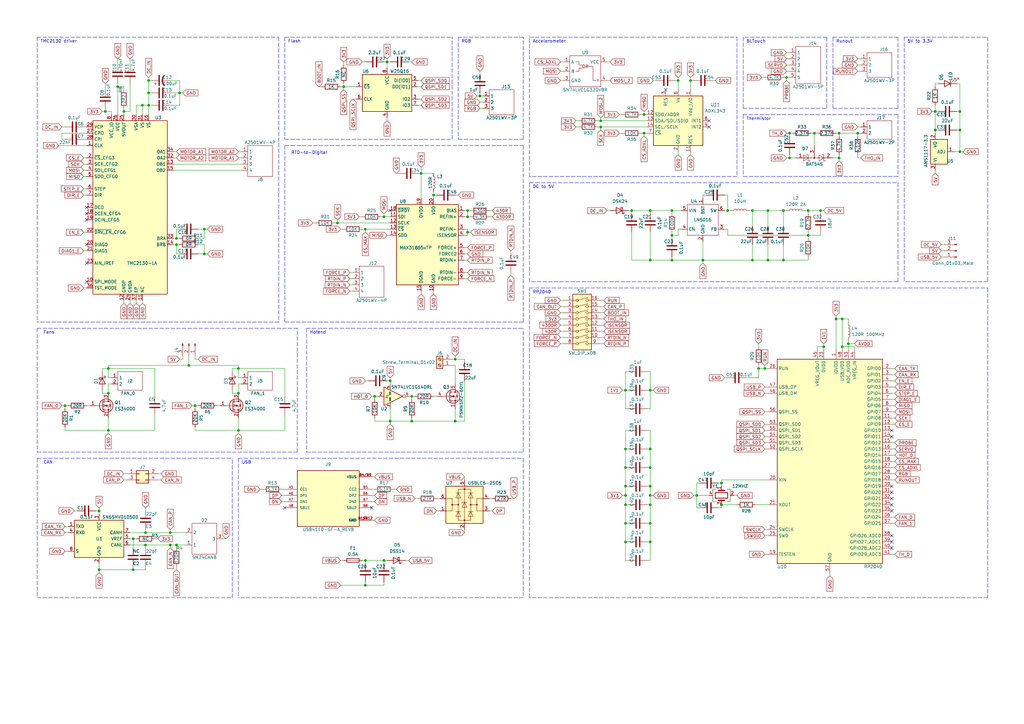
<source format=kicad_sch>
(kicad_sch (version 20211123) (generator eeschema)
  (paper "A3")
  (title_block (title "CANpaca-EB") (date "2022-09-18") (rev "1"))
  (junction (at 314.96 86.36))
  (junction (at 77.47 149.86))
  (junction (at 393.7 62.23))
  (junction (at 264.16 46.99))
  (junction (at 264.16 54.61))
  (junction (at 153.67 162.56))
  (junction (at 345.44 130.81))
  (junction (at 393.7 53.34))
  (junction (at 331.47 96.52))
  (junction (at 59.69 223.52))
  (junction (at 256.54 199.39))
  (junction (at 383.54 45.72))
  (junction (at 44.45 176.53))
  (junction (at 256.54 207.01))
  (junction (at 266.7 222.25))
  (junction (at 157.48 229.87))
  (junction (at 140.97 35.56))
  (junction (at 72.39 223.52))
  (junction (at 69.85 223.52))
  (junction (at 393.7 45.72))
  (junction (at 323.85 54.61))
  (junction (at 59.69 218.44))
  (junction (at 72.39 97.79))
  (junction (at 191.77 88.9))
  (junction (at 266.7 184.15))
  (junction (at 278.13 33.02))
  (junction (at 266.7 106.68))
  (junction (at 266.7 199.39))
  (junction (at 342.9 130.81))
  (junction (at 40.64 233.68))
  (junction (at 256.54 214.63))
  (junction (at 80.01 166.37))
  (junction (at 344.17 64.77))
  (junction (at 256.54 160.02))
  (junction (at 256.54 191.77))
  (junction (at 158.75 25.4))
  (junction (at 266.7 191.77))
  (junction (at 191.77 95.25))
  (junction (at 168.91 162.56))
  (junction (at 50.8 45.72))
  (junction (at 256.54 203.2))
  (junction (at 308.61 86.36))
  (junction (at 58.42 43.18))
  (junction (at 275.59 96.52))
  (junction (at 266.7 86.36))
  (junction (at 323.85 64.77))
  (junction (at 69.85 218.44))
  (junction (at 285.75 203.2))
  (junction (at 168.91 172.72))
  (junction (at 321.31 86.36))
  (junction (at 54.61 233.68))
  (junction (at 266.7 207.01))
  (junction (at 347.98 140.97))
  (junction (at 60.96 33.02))
  (junction (at 331.47 86.36))
  (junction (at 191.77 86.36))
  (junction (at 314.96 106.68))
  (junction (at 295.91 198.12))
  (junction (at 73.66 38.1))
  (junction (at 72.39 100.33))
  (junction (at 344.17 54.61))
  (junction (at 256.54 184.15))
  (junction (at 283.21 33.02))
  (junction (at 157.48 88.9))
  (junction (at 160.02 156.21))
  (junction (at 298.45 86.36))
  (junction (at 54.61 220.98))
  (junction (at 337.82 142.24))
  (junction (at 266.7 214.63))
  (junction (at 43.18 45.72))
  (junction (at 336.55 86.36))
  (junction (at 186.69 147.32))
  (junction (at 40.64 209.55))
  (junction (at 83.82 93.98))
  (junction (at 266.7 160.02))
  (junction (at 308.61 106.68))
  (junction (at 256.54 222.25))
  (junction (at 97.79 151.13))
  (junction (at 345.44 142.24))
  (junction (at 186.69 172.72))
  (junction (at 275.59 106.68))
  (junction (at 44.45 161.29))
  (junction (at 246.38 49.53))
  (junction (at 97.79 176.53))
  (junction (at 177.8 80.01))
  (junction (at 44.45 151.13))
  (junction (at 313.69 151.13))
  (junction (at 172.72 71.12))
  (junction (at 138.43 91.44))
  (junction (at 322.58 31.75))
  (junction (at 266.7 203.2))
  (junction (at 334.01 54.61))
  (junction (at 351.79 54.61))
  (junction (at 383.54 53.34))
  (junction (at 149.86 240.03))
  (junction (at 83.82 104.14))
  (junction (at 60.96 38.1))
  (junction (at 321.31 106.68))
  (junction (at 246.38 52.07))
  (junction (at 295.91 207.01))
  (junction (at 275.59 86.36))
  (junction (at 160.02 172.72))
  (junction (at 259.08 86.36))
  (junction (at 311.15 151.13))
  (junction (at 288.29 106.68))
  (junction (at 149.86 93.98))
  (junction (at 48.26 35.56))
  (junction (at 149.86 229.87))
  (junction (at 97.79 161.29))
  (junction (at 60.96 43.18))
  (junction (at 26.67 166.37))
  (junction (at 196.85 39.37))
  (no_connect (at 35.56 100.33))
  (no_connect (at 273.05 36.83))
  (no_connect (at 290.83 52.07))
  (no_connect (at 290.83 49.53))
  (no_connect (at 160.02 86.36))
  (no_connect (at 365.76 176.53))
  (no_connect (at 365.76 199.39))
  (no_connect (at 365.76 224.79))
  (no_connect (at 365.76 219.71))
  (no_connect (at 365.76 222.25))
  (no_connect (at 365.76 204.47))
  (no_connect (at 365.76 207.01))
  (no_connect (at 365.76 209.55))
  (no_connect (at 365.76 201.93))
  (no_connect (at 35.56 115.57))
  (no_connect (at 365.76 179.07))
  (no_connect (at 35.56 90.17))
  (no_connect (at 35.56 107.95))
  (no_connect (at 116.84 208.28))
  (no_connect (at 152.4 208.28))
  (no_connect (at 35.56 87.63))
  (no_connect (at 35.56 85.09))
  (wire (pts (xy 190.5 114.3) (xy 191.77 114.3)))
  (wire (pts (xy 43.18 44.45) (xy 43.18 45.72)))
  (wire (pts (xy 171.45 43.18) (xy 172.72 43.18)))
  (wire (pts (xy 365.76 194.31) (xy 367.03 194.31)))
  (wire (pts (xy 25.4 54.61) (xy 25.4 57.15)))
  (wire (pts (xy 160.02 167.64) (xy 160.02 172.72)))
  (wire (pts (xy 337.82 140.97) (xy 337.82 142.24)))
  (wire (pts (xy 266.7 214.63) (xy 266.7 207.01)))
  (wire (pts (xy 313.69 181.61) (xy 314.96 181.61)))
  (wire (pts (xy 53.34 220.98) (xy 54.61 220.98)))
  (wire (pts (xy 264.16 46.99) (xy 265.43 46.99)))
  (wire (pts (xy 72.39 223.52) (xy 72.39 224.79)))
  (wire (pts (xy 365.76 171.45) (xy 367.03 171.45)))
  (wire (pts (xy 161.29 200.66) (xy 162.56 200.66)))
  (wire (pts (xy 177.8 162.56) (xy 179.07 162.56)))
  (wire (pts (xy 83.82 93.98) (xy 85.09 93.98)))
  (wire (pts (xy 298.45 86.36) (xy 299.72 86.36)))
  (polyline (pts (xy 339.09 15.24) (xy 304.8 15.24)))
  (polyline (pts (xy 304.8 15.24) (xy 304.8 44.45)))
  (wire (pts (xy 43.18 45.72) (xy 45.72 45.72)))
  (wire (pts (xy 50.8 44.45) (xy 50.8 45.72)))
  (wire (pts (xy 246.38 140.97) (xy 247.65 140.97)))
  (wire (pts (xy 186.69 146.05) (xy 186.69 147.32)))
  (wire (pts (xy 295.91 198.12) (xy 295.91 199.39)))
  (wire (pts (xy 322.58 31.75) (xy 322.58 33.02)))
  (wire (pts (xy 383.54 45.72) (xy 383.54 53.34)))
  (wire (pts (xy 186.69 149.86) (xy 186.69 157.48)))
  (wire (pts (xy 95.25 161.29) (xy 97.79 161.29)))
  (wire (pts (xy 167.64 162.56) (xy 168.91 162.56)))
  (wire (pts (xy 365.76 156.21) (xy 367.03 156.21)))
  (wire (pts (xy 97.79 171.45) (xy 97.79 176.53)))
  (wire (pts (xy 256.54 229.87) (xy 256.54 222.25)))
  (wire (pts (xy 60.96 33.02) (xy 62.23 33.02)))
  (wire (pts (xy 147.32 88.9) (xy 148.59 88.9)))
  (wire (pts (xy 95.25 160.02) (xy 95.25 161.29)))
  (wire (pts (xy 177.8 80.01) (xy 177.8 81.28)))
  (wire (pts (xy 255.27 160.02) (xy 256.54 160.02)))
  (wire (pts (xy 278.13 62.23) (xy 278.13 63.5)))
  (wire (pts (xy 323.85 64.77) (xy 323.85 63.5)))
  (wire (pts (xy 153.67 171.45) (xy 153.67 172.72)))
  (wire (pts (xy 149.86 93.98) (xy 160.02 93.98)))
  (wire (pts (xy 71.12 100.33) (xy 72.39 100.33)))
  (wire (pts (xy 365.76 212.09) (xy 367.03 212.09)))
  (wire (pts (xy 44.45 171.45) (xy 44.45 176.53)))
  (polyline (pts (xy 405.13 245.11) (xy 217.17 245.11)))
  (wire (pts (xy 44.45 149.86) (xy 77.47 149.86)))
  (wire (pts (xy 40.64 208.28) (xy 40.64 209.55)))
  (wire (pts (xy 137.16 91.44) (xy 138.43 91.44)))
  (wire (pts (xy 345.44 142.24) (xy 345.44 143.51)))
  (wire (pts (xy 81.28 104.14) (xy 83.82 104.14)))
  (wire (pts (xy 71.12 64.77) (xy 72.39 64.77)))
  (wire (pts (xy 58.42 43.18) (xy 60.96 43.18)))
  (wire (pts (xy 191.77 88.9) (xy 193.04 88.9)))
  (wire (pts (xy 256.54 184.15) (xy 256.54 191.77)))
  (wire (pts (xy 60.96 33.02) (xy 60.96 38.1)))
  (wire (pts (xy 50.8 123.19) (xy 50.8 124.46)))
  (wire (pts (xy 41.91 152.4) (xy 41.91 151.13)))
  (wire (pts (xy 265.43 167.64) (xy 266.7 167.64)))
  (wire (pts (xy 265.43 184.15) (xy 266.7 184.15)))
  (wire (pts (xy 337.82 142.24) (xy 337.82 143.51)))
  (wire (pts (xy 171.45 33.02) (xy 172.72 33.02)))
  (wire (pts (xy 190.5 172.72) (xy 186.69 172.72)))
  (wire (pts (xy 383.54 35.56) (xy 383.54 34.29)))
  (wire (pts (xy 365.76 153.67) (xy 367.03 153.67)))
  (polyline (pts (xy 370.84 15.24) (xy 370.84 115.57)))
  (wire (pts (xy 48.26 34.29) (xy 48.26 35.56)))
  (polyline (pts (xy 217.17 245.11) (xy 217.17 118.11)))
  (wire (pts (xy 334.01 54.61) (xy 335.28 54.61)))
  (wire (pts (xy 256.54 214.63) (xy 256.54 207.01)))
  (wire (pts (xy 321.31 86.36) (xy 321.31 92.71)))
  (wire (pts (xy 191.77 86.36) (xy 191.77 88.9)))
  (wire (pts (xy 44.45 161.29) (xy 44.45 157.48)))
  (wire (pts (xy 278.13 96.52) (xy 275.59 96.52)))
  (wire (pts (xy 196.85 44.45) (xy 198.12 44.45)))
  (wire (pts (xy 392.43 34.29) (xy 393.7 34.29)))
  (wire (pts (xy 54.61 232.41) (xy 54.61 233.68)))
  (wire (pts (xy 143.51 114.3) (xy 144.78 114.3)))
  (wire (pts (xy 106.68 200.66) (xy 107.95 200.66)))
  (wire (pts (xy 53.34 24.13) (xy 53.34 26.67)))
  (wire (pts (xy 246.38 49.53) (xy 245.11 49.53)))
  (wire (pts (xy 321.31 100.33) (xy 321.31 106.68)))
  (wire (pts (xy 331.47 96.52) (xy 331.47 97.79)))
  (wire (pts (xy 97.79 157.48) (xy 99.06 157.48)))
  (wire (pts (xy 200.66 88.9) (xy 201.93 88.9)))
  (wire (pts (xy 351.79 54.61) (xy 351.79 55.88)))
  (wire (pts (xy 236.22 52.07) (xy 237.49 52.07)))
  (wire (pts (xy 53.34 34.29) (xy 53.34 45.72)))
  (wire (pts (xy 365.76 189.23) (xy 367.03 189.23)))
  (wire (pts (xy 266.7 176.53) (xy 266.7 184.15)))
  (wire (pts (xy 152.4 162.56) (xy 153.67 162.56)))
  (wire (pts (xy 116.84 170.18) (xy 116.84 176.53)))
  (wire (pts (xy 246.38 130.81) (xy 247.65 130.81)))
  (polyline (pts (xy 368.3 44.45) (xy 368.3 15.24)))
  (wire (pts (xy 63.5 176.53) (xy 44.45 176.53)))
  (wire (pts (xy 177.8 78.74) (xy 177.8 80.01)))
  (wire (pts (xy 383.54 43.18) (xy 383.54 45.72)))
  (wire (pts (xy 190.5 195.58) (xy 190.5 196.85)))
  (wire (pts (xy 344.17 63.5) (xy 344.17 64.77)))
  (wire (pts (xy 50.8 46.99) (xy 50.8 45.72)))
  (wire (pts (xy 196.85 41.91) (xy 198.12 41.91)))
  (wire (pts (xy 246.38 135.89) (xy 247.65 135.89)))
  (wire (pts (xy 190.5 217.17) (xy 190.5 218.44)))
  (wire (pts (xy 323.85 54.61) (xy 325.12 54.61)))
  (wire (pts (xy 266.7 160.02) (xy 267.97 160.02)))
  (wire (pts (xy 140.97 35.56) (xy 146.05 35.56)))
  (wire (pts (xy 153.67 162.56) (xy 153.67 163.83)))
  (wire (pts (xy 158.75 96.52) (xy 160.02 96.52)))
  (polyline (pts (xy 405.13 115.57) (xy 370.84 115.57)))
  (wire (pts (xy 350.52 143.51) (xy 350.52 142.24)))
  (wire (pts (xy 99.06 154.94) (xy 97.79 154.94)))
  (wire (pts (xy 80.01 175.26) (xy 80.01 176.53)))
  (wire (pts (xy 298.45 96.52) (xy 331.47 96.52)))
  (polyline (pts (xy 341.63 15.24) (xy 341.63 44.45)))
  (wire (pts (xy 267.97 33.02) (xy 269.24 33.02)))
  (wire (pts (xy 342.9 54.61) (xy 344.17 54.61)))
  (wire (pts (xy 43.18 34.29) (xy 43.18 36.83)))
  (wire (pts (xy 200.66 204.47) (xy 201.93 204.47)))
  (wire (pts (xy 298.45 93.98) (xy 298.45 96.52)))
  (wire (pts (xy 179.07 209.55) (xy 180.34 209.55)))
  (wire (pts (xy 81.28 100.33) (xy 83.82 100.33)))
  (wire (pts (xy 172.72 68.58) (xy 172.72 71.12)))
  (wire (pts (xy 266.7 191.77) (xy 266.7 199.39)))
  (wire (pts (xy 190.5 101.6) (xy 191.77 101.6)))
  (wire (pts (xy 45.72 154.94) (xy 44.45 154.94)))
  (wire (pts (xy 313.69 158.75) (xy 314.96 158.75)))
  (wire (pts (xy 340.36 234.95) (xy 340.36 236.22)))
  (wire (pts (xy 69.85 223.52) (xy 69.85 224.79)))
  (polyline (pts (xy 114.3 132.08) (xy 15.24 132.08)))
  (wire (pts (xy 279.4 93.98) (xy 278.13 93.98)))
  (wire (pts (xy 83.82 97.79) (xy 83.82 93.98)))
  (wire (pts (xy 186.69 167.64) (xy 186.69 172.72)))
  (wire (pts (xy 162.56 71.12) (xy 163.83 71.12)))
  (polyline (pts (xy 304.8 46.99) (xy 368.3 46.99)))
  (wire (pts (xy 191.77 95.25) (xy 193.04 95.25)))
  (wire (pts (xy 73.66 33.02) (xy 73.66 38.1)))
  (wire (pts (xy 347.98 140.97) (xy 350.52 140.97)))
  (wire (pts (xy 41.91 161.29) (xy 44.45 161.29)))
  (wire (pts (xy 63.5 170.18) (xy 63.5 176.53)))
  (wire (pts (xy 336.55 86.36) (xy 337.82 86.36)))
  (wire (pts (xy 266.7 207.01) (xy 266.7 203.2)))
  (wire (pts (xy 297.18 93.98) (xy 298.45 93.98)))
  (wire (pts (xy 314.96 196.85) (xy 295.91 196.85)))
  (wire (pts (xy 152.4 205.74) (xy 153.67 205.74)))
  (wire (pts (xy 285.75 208.28) (xy 285.75 203.2)))
  (wire (pts (xy 365.76 166.37) (xy 367.03 166.37)))
  (wire (pts (xy 314.96 86.36) (xy 314.96 92.71)))
  (wire (pts (xy 294.64 208.28) (xy 295.91 208.28)))
  (wire (pts (xy 313.69 227.33) (xy 314.96 227.33)))
  (wire (pts (xy 246.38 52.07) (xy 246.38 53.34)))
  (wire (pts (xy 50.8 194.31) (xy 52.07 194.31)))
  (wire (pts (xy 196.85 38.1) (xy 196.85 39.37)))
  (wire (pts (xy 50.8 36.83) (xy 50.8 35.56)))
  (wire (pts (xy 331.47 105.41) (xy 331.47 106.68)))
  (polyline (pts (xy 121.92 185.42) (xy 121.92 134.62)))
  (wire (pts (xy 190.5 86.36) (xy 191.77 86.36)))
  (polyline (pts (xy 125.73 134.62) (xy 125.73 185.42)))
  (wire (pts (xy 190.5 93.98) (xy 191.77 93.98)))
  (wire (pts (xy 298.45 80.01) (xy 298.45 86.36)))
  (wire (pts (xy 288.29 81.28) (xy 288.29 80.01)))
  (wire (pts (xy 116.84 176.53) (xy 97.79 176.53)))
  (wire (pts (xy 73.66 104.14) (xy 72.39 104.14)))
  (polyline (pts (xy 302.26 15.24) (xy 302.26 72.39)))
  (wire (pts (xy 313.69 184.15) (xy 314.96 184.15)))
  (wire (pts (xy 74.93 146.05) (xy 74.93 147.32)))
  (wire (pts (xy 275.59 95.25) (xy 275.59 96.52)))
  (wire (pts (xy 342.9 130.81) (xy 342.9 129.54)))
  (wire (pts (xy 35.56 54.61) (xy 25.4 54.61)))
  (wire (pts (xy 168.91 171.45) (xy 168.91 172.72)))
  (wire (pts (xy 69.85 43.18) (xy 73.66 43.18)))
  (polyline (pts (xy 15.24 15.24) (xy 15.24 132.08)))
  (wire (pts (xy 143.51 116.84) (xy 144.78 116.84)))
  (wire (pts (xy 116.84 162.56) (xy 116.84 151.13)))
  (wire (pts (xy 34.29 67.31) (xy 35.56 67.31)))
  (polyline (pts (xy 217.17 118.11) (xy 405.13 118.11)))
  (wire (pts (xy 322.58 24.13) (xy 323.85 24.13)))
  (wire (pts (xy 157.48 88.9) (xy 160.02 88.9)))
  (wire (pts (xy 266.7 160.02) (xy 266.7 152.4)))
  (wire (pts (xy 74.93 147.32) (xy 73.66 147.32)))
  (wire (pts (xy 45.72 45.72) (xy 45.72 46.99)))
  (wire (pts (xy 81.28 93.98) (xy 83.82 93.98)))
  (wire (pts (xy 365.76 196.85) (xy 367.03 196.85)))
  (polyline (pts (xy 116.84 60.96) (xy 116.84 59.69)))
  (wire (pts (xy 335.28 143.51) (xy 335.28 142.24)))
  (wire (pts (xy 311.15 154.94) (xy 311.15 151.13)))
  (wire (pts (xy 69.85 218.44) (xy 76.2 218.44)))
  (polyline (pts (xy 116.84 59.69) (xy 119.38 59.69)))
  (wire (pts (xy 383.54 53.34) (xy 383.54 54.61)))
  (wire (pts (xy 322.58 29.21) (xy 323.85 29.21)))
  (wire (pts (xy 130.81 35.56) (xy 132.08 35.56)))
  (wire (pts (xy 158.75 24.13) (xy 158.75 25.4)))
  (wire (pts (xy 44.45 154.94) (xy 44.45 151.13)))
  (wire (pts (xy 157.48 240.03) (xy 149.86 240.03)))
  (wire (pts (xy 351.79 64.77) (xy 353.06 64.77)))
  (wire (pts (xy 41.91 151.13) (xy 44.45 151.13)))
  (wire (pts (xy 229.87 135.89) (xy 231.14 135.89)))
  (wire (pts (xy 266.7 167.64) (xy 266.7 160.02)))
  (wire (pts (xy 59.69 218.44) (xy 69.85 218.44)))
  (wire (pts (xy 229.87 133.35) (xy 231.14 133.35)))
  (wire (pts (xy 254 54.61) (xy 255.27 54.61)))
  (wire (pts (xy 152.4 203.2) (xy 153.67 203.2)))
  (wire (pts (xy 148.59 93.98) (xy 149.86 93.98)))
  (wire (pts (xy 140.97 34.29) (xy 140.97 35.56)))
  (wire (pts (xy 393.7 62.23) (xy 394.97 62.23)))
  (wire (pts (xy 53.34 123.19) (xy 53.34 124.46)))
  (polyline (pts (xy 304.8 46.99) (xy 304.8 72.39)))
  (wire (pts (xy 266.7 199.39) (xy 266.7 203.2)))
  (wire (pts (xy 307.34 86.36) (xy 308.61 86.36)))
  (wire (pts (xy 308.61 86.36) (xy 308.61 92.71)))
  (wire (pts (xy 41.91 45.72) (xy 43.18 45.72)))
  (wire (pts (xy 229.87 123.19) (xy 231.14 123.19)))
  (wire (pts (xy 351.79 52.07) (xy 353.06 52.07)))
  (polyline (pts (xy 15.24 134.62) (xy 15.24 185.42)))
  (wire (pts (xy 365.76 173.99) (xy 367.03 173.99)))
  (wire (pts (xy 97.79 154.94) (xy 97.79 151.13)))
  (wire (pts (xy 58.42 123.19) (xy 58.42 124.46)))
  (wire (pts (xy 351.79 24.13) (xy 353.06 24.13)))
  (wire (pts (xy 69.85 33.02) (xy 73.66 33.02)))
  (wire (pts (xy 140.97 25.4) (xy 140.97 26.67)))
  (wire (pts (xy 153.67 162.56) (xy 154.94 162.56)))
  (wire (pts (xy 152.4 213.36) (xy 153.67 213.36)))
  (wire (pts (xy 149.86 229.87) (xy 149.86 231.14)))
  (wire (pts (xy 34.29 77.47) (xy 35.56 77.47)))
  (polyline (pts (xy 368.3 46.99) (xy 368.3 72.39)))
  (wire (pts (xy 25.4 52.07) (xy 26.67 52.07)))
  (wire (pts (xy 50.8 45.72) (xy 53.34 45.72)))
  (wire (pts (xy 116.84 151.13) (xy 97.79 151.13)))
  (polyline (pts (xy 214.63 57.15) (xy 214.63 15.24)))
  (wire (pts (xy 345.44 130.81) (xy 345.44 142.24)))
  (wire (pts (xy 313.69 217.17) (xy 314.96 217.17)))
  (wire (pts (xy 63.5 220.98) (xy 64.77 220.98)))
  (wire (pts (xy 300.99 203.2) (xy 302.26 203.2)))
  (polyline (pts (xy 15.24 187.96) (xy 95.25 187.96)))
  (wire (pts (xy 365.76 151.13) (xy 367.03 151.13)))
  (wire (pts (xy 149.86 238.76) (xy 149.86 240.03)))
  (wire (pts (xy 158.75 48.26) (xy 158.75 49.53)))
  (wire (pts (xy 256.54 167.64) (xy 256.54 160.02)))
  (wire (pts (xy 26.67 175.26) (xy 26.67 176.53)))
  (wire (pts (xy 256.54 203.2) (xy 255.27 203.2)))
  (wire (pts (xy 350.52 142.24) (xy 345.44 142.24)))
  (polyline (pts (xy 217.17 15.24) (xy 302.26 15.24)))
  (wire (pts (xy 322.58 26.67) (xy 323.85 26.67)))
  (wire (pts (xy 39.37 209.55) (xy 40.64 209.55)))
  (wire (pts (xy 138.43 91.44) (xy 160.02 91.44)))
  (wire (pts (xy 190.5 147.32) (xy 186.69 147.32)))
  (wire (pts (xy 72.39 93.98) (xy 72.39 97.79)))
  (polyline (pts (xy 95.25 245.11) (xy 95.25 187.96)))
  (wire (pts (xy 264.16 54.61) (xy 264.16 55.88)))
  (wire (pts (xy 71.12 69.85) (xy 99.06 69.85)))
  (wire (pts (xy 80.01 146.05) (xy 80.01 147.32)))
  (wire (pts (xy 209.55 204.47) (xy 210.82 204.47)))
  (wire (pts (xy 171.45 35.56) (xy 172.72 35.56)))
  (wire (pts (xy 41.91 160.02) (xy 41.91 161.29)))
  (wire (pts (xy 393.7 34.29) (xy 393.7 45.72)))
  (wire (pts (xy 60.96 38.1) (xy 62.23 38.1)))
  (wire (pts (xy 157.48 229.87) (xy 158.75 229.87)))
  (wire (pts (xy 336.55 95.25) (xy 336.55 96.52)))
  (wire (pts (xy 229.87 29.21) (xy 231.14 29.21)))
  (wire (pts (xy 171.45 40.64) (xy 172.72 40.64)))
  (wire (pts (xy 229.87 140.97) (xy 231.14 140.97)))
  (polyline (pts (xy 97.79 187.96) (xy 214.63 187.96)))
  (wire (pts (xy 257.81 207.01) (xy 256.54 207.01)))
  (wire (pts (xy 40.64 231.14) (xy 40.64 233.68)))
  (wire (pts (xy 266.7 222.25) (xy 266.7 214.63)))
  (wire (pts (xy 275.59 105.41) (xy 275.59 106.68)))
  (wire (pts (xy 196.85 29.21) (xy 196.85 30.48)))
  (wire (pts (xy 262.89 54.61) (xy 264.16 54.61)))
  (wire (pts (xy 26.67 226.06) (xy 27.94 226.06)))
  (wire (pts (xy 80.01 166.37) (xy 80.01 167.64)))
  (wire (pts (xy 365.76 163.83) (xy 367.03 163.83)))
  (wire (pts (xy 190.5 156.21) (xy 190.5 172.72)))
  (wire (pts (xy 55.88 43.18) (xy 58.42 43.18)))
  (wire (pts (xy 278.13 93.98) (xy 278.13 96.52)))
  (wire (pts (xy 34.29 102.87) (xy 35.56 102.87)))
  (wire (pts (xy 341.63 64.77) (xy 344.17 64.77)))
  (wire (pts (xy 254 46.99) (xy 255.27 46.99)))
  (wire (pts (xy 284.48 203.2) (xy 285.75 203.2)))
  (wire (pts (xy 256.54 176.53) (xy 256.54 184.15)))
  (wire (pts (xy 186.69 147.32) (xy 185.42 147.32)))
  (wire (pts (xy 77.47 149.86) (xy 97.79 149.86)))
  (wire (pts (xy 321.31 106.68) (xy 314.96 106.68)))
  (wire (pts (xy 288.29 106.68) (xy 275.59 106.68)))
  (wire (pts (xy 139.7 229.87) (xy 140.97 229.87)))
  (wire (pts (xy 383.54 69.85) (xy 383.54 71.12)))
  (wire (pts (xy 256.54 222.25) (xy 256.54 214.63)))
  (wire (pts (xy 26.67 166.37) (xy 26.67 167.64)))
  (wire (pts (xy 309.88 207.01) (xy 314.96 207.01)))
  (wire (pts (xy 69.85 223.52) (xy 72.39 223.52)))
  (polyline (pts (xy 114.3 15.24) (xy 114.3 132.08)))
  (wire (pts (xy 392.43 45.72) (xy 393.7 45.72)))
  (wire (pts (xy 72.39 223.52) (xy 76.2 223.52)))
  (wire (pts (xy 172.72 71.12) (xy 172.72 81.28)))
  (wire (pts (xy 259.08 86.36) (xy 266.7 86.36)))
  (wire (pts (xy 55.88 123.19) (xy 55.88 124.46)))
  (wire (pts (xy 97.79 149.86) (xy 97.79 151.13)))
  (wire (pts (xy 313.69 219.71) (xy 314.96 219.71)))
  (wire (pts (xy 97.79 64.77) (xy 99.06 64.77)))
  (polyline (pts (xy 341.63 15.24) (xy 368.3 15.24)))
  (wire (pts (xy 248.92 86.36) (xy 250.19 86.36)))
  (wire (pts (xy 365.76 186.69) (xy 367.03 186.69)))
  (wire (pts (xy 48.26 35.56) (xy 48.26 46.99)))
  (polyline (pts (xy 116.84 132.08) (xy 116.84 60.96)))
  (wire (pts (xy 158.75 25.4) (xy 158.75 27.94)))
  (wire (pts (xy 365.76 227.33) (xy 367.03 227.33)))
  (wire (pts (xy 295.91 196.85) (xy 295.91 198.12)))
  (wire (pts (xy 382.27 45.72) (xy 383.54 45.72)))
  (wire (pts (xy 59.69 232.41) (xy 59.69 233.68)))
  (wire (pts (xy 80.01 166.37) (xy 81.28 166.37)))
  (wire (pts (xy 321.31 31.75) (xy 322.58 31.75)))
  (wire (pts (xy 229.87 130.81) (xy 231.14 130.81)))
  (wire (pts (xy 40.64 209.55) (xy 40.64 210.82)))
  (wire (pts (xy 195.58 39.37) (xy 196.85 39.37)))
  (polyline (pts (xy 116.84 15.24) (xy 116.84 57.15)))
  (wire (pts (xy 24.13 59.69) (xy 35.56 59.69)))
  (wire (pts (xy 295.91 208.28) (xy 295.91 207.01)))
  (wire (pts (xy 58.42 46.99) (xy 58.42 43.18)))
  (wire (pts (xy 256.54 199.39) (xy 256.54 203.2)))
  (wire (pts (xy 257.81 167.64) (xy 256.54 167.64)))
  (wire (pts (xy 60.96 43.18) (xy 62.23 43.18)))
  (polyline (pts (xy 214.63 59.69) (xy 214.63 132.08)))
  (wire (pts (xy 259.08 86.36) (xy 259.08 87.63)))
  (wire (pts (xy 97.79 62.23) (xy 99.06 62.23)))
  (wire (pts (xy 266.7 203.2) (xy 267.97 203.2)))
  (wire (pts (xy 35.56 166.37) (xy 36.83 166.37)))
  (wire (pts (xy 143.51 111.76) (xy 144.78 111.76)))
  (wire (pts (xy 264.16 45.72) (xy 264.16 46.99)))
  (wire (pts (xy 59.69 223.52) (xy 69.85 223.52)))
  (wire (pts (xy 345.44 130.81) (xy 342.9 130.81)))
  (wire (pts (xy 44.45 176.53) (xy 44.45 177.8)))
  (polyline (pts (xy 217.17 115.57) (xy 217.17 74.93)))
  (wire (pts (xy 48.26 24.13) (xy 48.26 26.67)))
  (wire (pts (xy 71.12 97.79) (xy 72.39 97.79)))
  (wire (pts (xy 91.44 220.98) (xy 92.71 220.98)))
  (wire (pts (xy 246.38 52.07) (xy 265.43 52.07)))
  (wire (pts (xy 95.25 151.13) (xy 97.79 151.13)))
  (wire (pts (xy 140.97 35.56) (xy 140.97 36.83)))
  (wire (pts (xy 44.45 157.48) (xy 45.72 157.48)))
  (wire (pts (xy 313.69 168.91) (xy 314.96 168.91)))
  (wire (pts (xy 256.54 207.01) (xy 256.54 203.2)))
  (wire (pts (xy 384.81 53.34) (xy 383.54 53.34)))
  (wire (pts (xy 295.91 207.01) (xy 302.26 207.01)))
  (wire (pts (xy 386.08 102.87) (xy 387.35 102.87)))
  (wire (pts (xy 283.21 33.02) (xy 283.21 36.83)))
  (wire (pts (xy 393.7 53.34) (xy 393.7 62.23)))
  (wire (pts (xy 78.74 166.37) (xy 80.01 166.37)))
  (wire (pts (xy 266.7 95.25) (xy 266.7 106.68)))
  (polyline (pts (xy 368.3 72.39) (xy 304.8 72.39)))
  (wire (pts (xy 275.59 86.36) (xy 275.59 87.63)))
  (wire (pts (xy 160.02 156.21) (xy 160.02 157.48)))
  (wire (pts (xy 34.29 52.07) (xy 35.56 52.07)))
  (wire (pts (xy 314.96 86.36) (xy 321.31 86.36)))
  (wire (pts (xy 115.57 205.74) (xy 116.84 205.74)))
  (wire (pts (xy 256.54 160.02) (xy 257.81 160.02)))
  (wire (pts (xy 60.96 38.1) (xy 60.96 43.18)))
  (wire (pts (xy 322.58 31.75) (xy 323.85 31.75)))
  (wire (pts (xy 152.4 200.66) (xy 153.67 200.66)))
  (wire (pts (xy 391.16 62.23) (xy 393.7 62.23)))
  (wire (pts (xy 157.48 25.4) (xy 158.75 25.4)))
  (wire (pts (xy 200.66 209.55) (xy 201.93 209.55)))
  (wire (pts (xy 168.91 162.56) (xy 170.18 162.56)))
  (wire (pts (xy 34.29 80.01) (xy 35.56 80.01)))
  (wire (pts (xy 321.31 86.36) (xy 322.58 86.36)))
  (wire (pts (xy 53.34 223.52) (xy 59.69 223.52)))
  (wire (pts (xy 386.08 100.33) (xy 387.35 100.33)))
  (wire (pts (xy 60.96 43.18) (xy 60.96 46.99)))
  (wire (pts (xy 25.4 57.15) (xy 26.67 57.15)))
  (wire (pts (xy 287.02 208.28) (xy 285.75 208.28)))
  (wire (pts (xy 144.78 40.64) (xy 146.05 40.64)))
  (wire (pts (xy 347.98 139.7) (xy 347.98 140.97)))
  (wire (pts (xy 313.69 179.07) (xy 314.96 179.07)))
  (wire (pts (xy 30.48 209.55) (xy 31.75 209.55)))
  (wire (pts (xy 172.72 119.38) (xy 172.72 120.65)))
  (polyline (pts (xy 302.26 72.39) (xy 217.17 72.39)))
  (wire (pts (xy 190.5 106.68) (xy 191.77 106.68)))
  (wire (pts (xy 209.55 111.76) (xy 209.55 113.03)))
  (wire (pts (xy 229.87 138.43) (xy 231.14 138.43)))
  (polyline (pts (xy 339.09 44.45) (xy 339.09 15.24)))
  (wire (pts (xy 306.07 154.94) (xy 311.15 154.94)))
  (wire (pts (xy 365.76 158.75) (xy 367.03 158.75)))
  (wire (pts (xy 313.69 151.13) (xy 314.96 151.13)))
  (wire (pts (xy 323.85 54.61) (xy 323.85 55.88)))
  (wire (pts (xy 157.48 231.14) (xy 157.48 229.87)))
  (wire (pts (xy 265.43 176.53) (xy 266.7 176.53)))
  (polyline (pts (xy 116.84 15.24) (xy 185.42 15.24)))
  (wire (pts (xy 139.7 35.56) (xy 140.97 35.56)))
  (wire (pts (xy 392.43 53.34) (xy 393.7 53.34)))
  (wire (pts (xy 73.66 43.18) (xy 73.66 38.1)))
  (polyline (pts (xy 119.38 59.69) (xy 214.63 59.69)))
  (wire (pts (xy 311.15 140.97) (xy 311.15 142.24)))
  (wire (pts (xy 34.29 95.25) (xy 35.56 95.25)))
  (polyline (pts (xy 368.3 74.93) (xy 368.3 115.57)))
  (wire (pts (xy 331.47 106.68) (xy 321.31 106.68)))
  (wire (pts (xy 157.48 87.63) (xy 157.48 88.9)))
  (wire (pts (xy 265.43 229.87) (xy 266.7 229.87)))
  (polyline (pts (xy 214.63 132.08) (xy 116.84 132.08)))
  (wire (pts (xy 265.43 222.25) (xy 266.7 222.25)))
  (wire (pts (xy 246.38 48.26) (xy 246.38 49.53)))
  (wire (pts (xy 157.48 238.76) (xy 157.48 240.03)))
  (wire (pts (xy 172.72 71.12) (xy 177.8 71.12)))
  (wire (pts (xy 64.77 194.31) (xy 66.04 194.31)))
  (wire (pts (xy 160.02 154.94) (xy 160.02 156.21)))
  (wire (pts (xy 63.5 151.13) (xy 44.45 151.13)))
  (wire (pts (xy 153.67 172.72) (xy 160.02 172.72)))
  (polyline (pts (xy 185.42 57.15) (xy 185.42 15.24)))
  (polyline (pts (xy 217.17 72.39) (xy 217.17 15.24)))
  (polyline (pts (xy 217.17 74.93) (xy 219.71 74.93)))
  (wire (pts (xy 191.77 95.25) (xy 191.77 96.52)))
  (polyline (pts (xy 125.73 185.42) (xy 214.63 185.42)))
  (wire (pts (xy 59.69 217.17) (xy 59.69 218.44)))
  (wire (pts (xy 40.64 233.68) (xy 40.64 234.95)))
  (wire (pts (xy 143.51 119.38) (xy 144.78 119.38)))
  (wire (pts (xy 330.2 86.36) (xy 331.47 86.36)))
  (wire (pts (xy 313.69 173.99) (xy 314.96 173.99)))
  (wire (pts (xy 69.85 38.1) (xy 73.66 38.1)))
  (wire (pts (xy 351.79 26.67) (xy 353.06 26.67)))
  (wire (pts (xy 311.15 151.13) (xy 313.69 151.13)))
  (wire (pts (xy 257.81 191.77) (xy 256.54 191.77)))
  (wire (pts (xy 59.69 223.52) (xy 59.69 224.79)))
  (polyline (pts (xy 307.34 44.45) (xy 339.09 44.45)))
  (wire (pts (xy 248.92 33.02) (xy 250.19 33.02)))
  (wire (pts (xy 344.17 64.77) (xy 344.17 66.04)))
  (wire (pts (xy 186.69 172.72) (xy 168.91 172.72)))
  (wire (pts (xy 313.69 149.86) (xy 313.69 151.13)))
  (polyline (pts (xy 405.13 118.11) (xy 405.13 245.11)))
  (polyline (pts (xy 187.96 15.24) (xy 187.96 57.15)))
  (wire (pts (xy 196.85 39.37) (xy 198.12 39.37)))
  (wire (pts (xy 209.55 102.87) (xy 209.55 104.14)))
  (wire (pts (xy 152.4 195.58) (xy 153.67 195.58)))
  (wire (pts (xy 266.7 229.87) (xy 266.7 222.25)))
  (wire (pts (xy 177.8 80.01) (xy 179.07 80.01)))
  (wire (pts (xy 265.43 214.63) (xy 266.7 214.63)))
  (polyline (pts (xy 370.84 15.24) (xy 405.13 15.24)))
  (wire (pts (xy 246.38 128.27) (xy 247.65 128.27)))
  (wire (pts (xy 138.43 90.17) (xy 138.43 91.44)))
  (wire (pts (xy 171.45 71.12) (xy 172.72 71.12)))
  (wire (pts (xy 179.07 204.47) (xy 180.34 204.47)))
  (wire (pts (xy 365.76 161.29) (xy 367.03 161.29)))
  (wire (pts (xy 259.08 95.25) (xy 259.08 106.68)))
  (wire (pts (xy 248.92 25.4) (xy 250.19 25.4)))
  (wire (pts (xy 190.5 148.59) (xy 190.5 147.32)))
  (wire (pts (xy 190.5 96.52) (xy 191.77 96.52)))
  (wire (pts (xy 314.96 100.33) (xy 314.96 106.68)))
  (wire (pts (xy 336.55 96.52) (xy 331.47 96.52)))
  (wire (pts (xy 266.7 106.68) (xy 259.08 106.68)))
  (polyline (pts (xy 15.24 187.96) (xy 15.24 245.11)))
  (wire (pts (xy 322.58 64.77) (xy 323.85 64.77)))
  (polyline (pts (xy 214.63 185.42) (xy 214.63 134.62)))
  (wire (pts (xy 283.21 31.75) (xy 283.21 33.02)))
  (wire (pts (xy 168.91 162.56) (xy 168.91 163.83)))
  (wire (pts (xy 177.8 119.38) (xy 177.8 120.65)))
  (wire (pts (xy 71.12 62.23) (xy 72.39 62.23)))
  (wire (pts (xy 285.75 203.2) (xy 290.83 203.2)))
  (wire (pts (xy 73.66 93.98) (xy 72.39 93.98)))
  (wire (pts (xy 139.7 93.98) (xy 140.97 93.98)))
  (wire (pts (xy 63.5 162.56) (xy 63.5 151.13)))
  (wire (pts (xy 331.47 96.52) (xy 331.47 95.25)))
  (wire (pts (xy 283.21 62.23) (xy 283.21 63.5)))
  (wire (pts (xy 265.43 160.02) (xy 266.7 160.02)))
  (wire (pts (xy 26.67 215.9) (xy 27.94 215.9)))
  (wire (pts (xy 308.61 106.68) (xy 288.29 106.68)))
  (wire (pts (xy 158.75 25.4) (xy 160.02 25.4)))
  (polyline (pts (xy 368.3 115.57) (xy 217.17 115.57)))
  (wire (pts (xy 190.5 88.9) (xy 191.77 88.9)))
  (wire (pts (xy 115.57 200.66) (xy 116.84 200.66)))
  (wire (pts (xy 393.7 45.72) (xy 393.7 53.34)))
  (wire (pts (xy 265.43 207.01) (xy 266.7 207.01)))
  (wire (pts (xy 83.82 104.14) (xy 85.09 104.14)))
  (wire (pts (xy 365.76 191.77) (xy 367.03 191.77)))
  (wire (pts (xy 26.67 166.37) (xy 27.94 166.37)))
  (wire (pts (xy 34.29 72.39) (xy 35.56 72.39)))
  (wire (pts (xy 148.59 229.87) (xy 149.86 229.87)))
  (wire (pts (xy 297.18 154.94) (xy 298.45 154.94)))
  (wire (pts (xy 246.38 133.35) (xy 247.65 133.35)))
  (wire (pts (xy 80.01 176.53) (xy 97.79 176.53)))
  (wire (pts (xy 257.81 214.63) (xy 256.54 214.63)))
  (wire (pts (xy 256.54 152.4) (xy 256.54 160.02)))
  (wire (pts (xy 170.18 204.47) (xy 171.45 204.47)))
  (wire (pts (xy 50.8 35.56) (xy 48.26 35.56)))
  (wire (pts (xy 245.11 52.07) (xy 246.38 52.07)))
  (wire (pts (xy 285.75 198.12) (xy 285.75 203.2)))
  (wire (pts (xy 312.42 31.75) (xy 313.69 31.75)))
  (wire (pts (xy 257.81 152.4) (xy 256.54 152.4)))
  (wire (pts (xy 229.87 125.73) (xy 231.14 125.73)))
  (wire (pts (xy 229.87 33.02) (xy 231.14 33.02)))
  (wire (pts (xy 160.02 172.72) (xy 160.02 173.99)))
  (wire (pts (xy 72.39 232.41) (xy 72.39 233.68)))
  (polyline (pts (xy 405.13 15.24) (xy 405.13 115.57)))
  (wire (pts (xy 80.01 147.32) (xy 81.28 147.32)))
  (wire (pts (xy 246.38 125.73) (xy 247.65 125.73)))
  (wire (pts (xy 334.01 54.61) (xy 334.01 59.69)))
  (wire (pts (xy 149.86 93.98) (xy 149.86 95.25)))
  (wire (pts (xy 351.79 29.21) (xy 353.06 29.21)))
  (polyline (pts (xy 214.63 15.24) (xy 187.96 15.24)))
  (wire (pts (xy 365.76 184.15) (xy 367.03 184.15)))
  (wire (pts (xy 288.29 80.01) (xy 289.56 80.01)))
  (wire (pts (xy 288.29 107.95) (xy 288.29 106.68)))
  (wire (pts (xy 278.13 31.75) (xy 278.13 33.02)))
  (wire (pts (xy 322.58 54.61) (xy 323.85 54.61)))
  (polyline (pts (xy 304.8 44.45) (xy 307.34 44.45)))
  (wire (pts (xy 34.29 118.11) (xy 35.56 118.11)))
  (wire (pts (xy 229.87 128.27) (xy 231.14 128.27)))
  (polyline (pts (xy 15.24 15.24) (xy 114.3 15.24)))
  (wire (pts (xy 236.22 49.53) (xy 237.49 49.53)))
  (polyline (pts (xy 214.63 245.11) (xy 97.79 245.11)))
  (wire (pts (xy 77.47 146.05) (xy 77.47 149.86)))
  (wire (pts (xy 287.02 198.12) (xy 285.75 198.12)))
  (wire (pts (xy 294.64 198.12) (xy 295.91 198.12)))
  (wire (pts (xy 72.39 100.33) (xy 73.66 100.33)))
  (wire (pts (xy 308.61 86.36) (xy 314.96 86.36)))
  (wire (pts (xy 365.76 181.61) (xy 367.03 181.61)))
  (wire (pts (xy 336.55 87.63) (xy 336.55 86.36)))
  (wire (pts (xy 156.21 88.9) (xy 157.48 88.9)))
  (wire (pts (xy 353.06 54.61) (xy 351.79 54.61)))
  (polyline (pts (xy 187.96 57.15) (xy 214.63 57.15)))
  (wire (pts (xy 332.74 54.61) (xy 334.01 54.61)))
  (wire (pts (xy 50.8 196.85) (xy 52.07 196.85)))
  (wire (pts (xy 265.43 152.4) (xy 266.7 152.4)))
  (wire (pts (xy 200.66 86.36) (xy 201.93 86.36)))
  (wire (pts (xy 257.81 199.39) (xy 256.54 199.39)))
  (wire (pts (xy 288.29 99.06) (xy 288.29 106.68)))
  (wire (pts (xy 344.17 54.61) (xy 351.79 54.61)))
  (wire (pts (xy 297.18 86.36) (xy 298.45 86.36)))
  (polyline (pts (xy 341.63 44.45) (xy 368.3 44.45)))
  (wire (pts (xy 383.54 34.29) (xy 384.81 34.29)))
  (wire (pts (xy 95.25 152.4) (xy 95.25 151.13)))
  (wire (pts (xy 266.7 86.36) (xy 275.59 86.36)))
  (wire (pts (xy 72.39 104.14) (xy 72.39 100.33)))
  (wire (pts (xy 365.76 168.91) (xy 367.03 168.91)))
  (wire (pts (xy 257.81 86.36) (xy 259.08 86.36)))
  (wire (pts (xy 344.17 54.61) (xy 344.17 55.88)))
  (wire (pts (xy 313.69 161.29) (xy 314.96 161.29)))
  (wire (pts (xy 55.88 46.99) (xy 55.88 43.18)))
  (wire (pts (xy 97.79 176.53) (xy 97.79 177.8)))
  (wire (pts (xy 59.69 208.28) (xy 59.69 209.55)))
  (wire (pts (xy 308.61 100.33) (xy 308.61 106.68)))
  (wire (pts (xy 257.81 176.53) (xy 256.54 176.53)))
  (wire (pts (xy 313.69 176.53) (xy 314.96 176.53)))
  (wire (pts (xy 69.85 217.17) (xy 69.85 218.44)))
  (polyline (pts (xy 15.24 134.62) (xy 121.92 134.62)))
  (wire (pts (xy 149.86 240.03) (xy 139.7 240.03)))
  (wire (pts (xy 148.59 25.4) (xy 149.86 25.4)))
  (wire (pts (xy 186.69 80.01) (xy 187.96 80.01)))
  (wire (pts (xy 34.29 57.15) (xy 35.56 57.15)))
  (wire (pts (xy 191.77 86.36) (xy 193.04 86.36)))
  (wire (pts (xy 191.77 93.98) (xy 191.77 95.25)))
  (wire (pts (xy 262.89 46.99) (xy 264.16 46.99)))
  (polyline (pts (xy 125.73 134.62) (xy 214.63 134.62)))
  (wire (pts (xy 83.82 100.33) (xy 83.82 104.14)))
  (wire (pts (xy 157.48 229.87) (xy 149.86 229.87)))
  (wire (pts (xy 128.27 91.44) (xy 129.54 91.44)))
  (wire (pts (xy 265.43 199.39) (xy 266.7 199.39)))
  (wire (pts (xy 257.81 229.87) (xy 256.54 229.87)))
  (wire (pts (xy 347.98 132.08) (xy 347.98 130.81)))
  (wire (pts (xy 34.29 69.85) (xy 35.56 69.85)))
  (polyline (pts (xy 214.63 187.96) (xy 214.63 245.11)))
  (wire (pts (xy 81.28 97.79) (xy 83.82 97.79)))
  (wire (pts (xy 275.59 96.52) (xy 275.59 97.79)))
  (wire (pts (xy 167.64 25.4) (xy 168.91 25.4)))
  (wire (pts (xy 229.87 25.4) (xy 231.14 25.4)))
  (wire (pts (xy 72.39 97.79) (xy 73.66 97.79)))
  (wire (pts (xy 342.9 130.81) (xy 342.9 143.51)))
  (wire (pts (xy 297.18 80.01) (xy 298.45 80.01)))
  (wire (pts (xy 34.29 64.77) (xy 35.56 64.77)))
  (wire (pts (xy 365.76 214.63) (xy 367.03 214.63)))
  (wire (pts (xy 26.67 218.44) (xy 27.94 218.44)))
  (wire (pts (xy 383.54 45.72) (xy 384.81 45.72)))
  (wire (pts (xy 71.12 67.31) (xy 99.06 67.31)))
  (wire (pts (xy 25.4 166.37) (xy 26.67 166.37)))
  (wire (pts (xy 386.08 105.41) (xy 387.35 105.41)))
  (wire (pts (xy 73.66 38.1) (xy 74.93 38.1)))
  (wire (pts (xy 331.47 86.36) (xy 336.55 86.36)))
  (wire (pts (xy 115.57 203.2) (xy 116.84 203.2)))
  (wire (pts (xy 331.47 86.36) (xy 331.47 87.63)))
  (wire (pts (xy 97.79 161.29) (xy 97.79 157.48)))
  (wire (pts (xy 266.7 184.15) (xy 266.7 191.77)))
  (wire (pts (xy 283.21 33.02) (xy 284.48 33.02)))
  (wire (pts (xy 190.5 104.14) (xy 191.77 104.14)))
  (wire (pts (xy 275.59 86.36) (xy 279.4 86.36)))
  (polyline (pts (xy 116.84 57.15) (xy 185.42 57.15)))
  (wire (pts (xy 265.43 191.77) (xy 266.7 191.77)))
  (wire (pts (xy 257.81 184.15) (xy 256.54 184.15)))
  (wire (pts (xy 314.96 106.68) (xy 308.61 106.68)))
  (wire (pts (xy 264.16 54.61) (xy 265.43 54.61)))
  (polyline (pts (xy 15.24 185.42) (xy 121.92 185.42)))
  (wire (pts (xy 54.61 233.68) (xy 40.64 233.68)))
  (wire (pts (xy 276.86 33.02) (xy 278.13 33.02)))
  (wire (pts (xy 311.15 149.86) (xy 311.15 151.13)))
  (wire (pts (xy 26.67 176.53) (xy 44.45 176.53)))
  (wire (pts (xy 190.5 111.76) (xy 191.77 111.76)))
  (wire (pts (xy 246.38 49.53) (xy 265.43 49.53)))
  (wire (pts (xy 44.45 151.13) (xy 44.45 149.86)))
  (wire (pts (xy 59.69 233.68) (xy 54.61 233.68)))
  (wire (pts (xy 158.75 156.21) (xy 160.02 156.21)))
  (wire (pts (xy 266.7 86.36) (xy 266.7 87.63)))
  (wire (pts (xy 326.39 64.77) (xy 323.85 64.77)))
  (wire (pts (xy 54.61 220.98) (xy 55.88 220.98)))
  (polyline (pts (xy 219.71 74.93) (xy 368.3 74.93)))
  (wire (pts (xy 278.13 33.02) (xy 278.13 36.83)))
  (wire (pts (xy 166.37 229.87) (xy 167.64 229.87)))
  (wire (pts (xy 60.96 31.75) (xy 60.96 33.02)))
  (wire (pts (xy 256.54 191.77) (xy 256.54 199.39)))
  (wire (pts (xy 292.1 33.02) (xy 293.37 33.02)))
  (polyline (pts (xy 97.79 187.96) (xy 97.79 245.11)))
  (wire (pts (xy 322.58 21.59) (xy 323.85 21.59)))
  (wire (pts (xy 246.38 123.19) (xy 247.65 123.19)))
  (wire (pts (xy 347.98 130.81) (xy 345.44 130.81)))
  (wire (pts (xy 54.61 220.98) (xy 54.61 224.79)))
  (wire (pts (xy 275.59 106.68) (xy 266.7 106.68)))
  (wire (pts (xy 257.81 222.25) (xy 256.54 222.25)))
  (wire (pts (xy 351.79 63.5) (xy 351.79 64.77)))
  (wire (pts (xy 185.42 149.86) (xy 186.69 149.86)))
  (wire (pts (xy 88.9 166.37) (xy 90.17 166.37)))
  (wire (pts (xy 149.86 156.21) (xy 151.13 156.21)))
  (wire (pts (xy 347.98 140.97) (xy 347.98 143.51)))
  (wire (pts (xy 335.28 142.24) (xy 337.82 142.24)))
  (wire (pts (xy 64.77 196.85) (xy 66.04 196.85)))
  (wire (pts (xy 53.34 218.44) (xy 59.69 218.44)))
  (polyline (pts (xy 15.24 245.11) (xy 95.25 245.11)))
  (wire (pts (xy 168.91 172.72) (xy 160.02 172.72)))
  (wire (pts (xy 246.38 138.43) (xy 247.65 138.43)))
  (text "5V to 3.3V" (at 372.11 17.78 0) (effects (font (size 1.27 1.27)) (justify left bottom)))
  (text "Fans" (at 17.78 137.16 0) (effects (font (size 1.27 1.27)) (justify left bottom)))
  (text "TMC2130 driver\n" (at 16.51 17.78 0) (effects (font (size 1.27 1.27)) (justify left bottom)))
  (text "Flash\n" (at 118.11 17.78 0) (effects (font (size 1.27 1.27)) (justify left bottom)))
  (text "USB\n" (at 99.06 190.5 0) (effects (font (size 1.27 1.27)) (justify left bottom)))
  (text "BLTouch" (at 306.07 17.78 0) (effects (font (size 1.27 1.27)) (justify left bottom)))
  (text "RP2040\n" (at 218.44 120.65 0) (effects (font (size 1.27 1.27)) (justify left bottom)))
  (text "Accelerometer\n" (at 218.44 17.78 0) (effects (font (size 1.27 1.27)) (justify left bottom)))
  (text "RGB\n" (at 189.23 17.78 0) (effects (font (size 1.27 1.27)) (justify left bottom)))
  (text "Runout" (at 342.9 17.78 0) (effects (font (size 1.27 1.27)) (justify left bottom)))
  (text "Hotend" (at 127 137.16 0) (effects (font (size 1.27 1.27)) (justify left bottom)))
  (text "RTD-to-Digital" (at 119.38 63.5 0) (effects (font (size 1.27 1.27)) (justify left bottom)))
  (text "Thermistor" (at 306.07 49.53 0) (effects (font (size 1.27 1.27)) (justify left bottom)))
  (text "CAN" (at 17.78 190.5 0) (effects (font (size 1.27 1.27)) (justify left bottom)))
  (text "DC to 5V\n" (at 218.44 77.47 0) (effects (font (size 1.27 1.27)) (justify left bottom)))
  (global_label "STEP_E" (shape input) (at 34.29 77.47 180) (property "Intersheet References" "${INTERSHEET_REFS}" (effects hide)))
  (global_label "GND" (shape input) (at 26.67 226.06 180) (property "Intersheet References" "${INTERSHEET_REFS}" (effects hide)))
  (global_label "GND" (shape input) (at 59.69 208.28 90) (property "Intersheet References" "${INTERSHEET_REFS}" (effects hide)))
  (global_label "3V3" (shape input) (at 351.79 24.13 180) (property "Intersheet References" "${INTERSHEET_REFS}" (effects hide)))
  (global_label "MOSI_2" (shape input) (at 246.38 48.26 90) (property "Intersheet References" "${INTERSHEET_REFS}" (effects hide)))
  (global_label "HOT_0" (shape input) (at 367.03 186.69 0) (property "Intersheet References" "${INTERSHEET_REFS}" (effects hide)))
  (global_label "CS_ADXL" (shape input) (at 264.16 55.88 270) (property "Intersheet References" "${INTERSHEET_REFS}" (effects hide)))
  (global_label "3V3" (shape input) (at 64.77 220.98 0) (property "Intersheet References" "${INTERSHEET_REFS}" (effects hide)))
  (global_label "GND" (shape input) (at 139.7 240.03 180) (property "Intersheet References" "${INTERSHEET_REFS}" (effects hide)))
  (global_label "GND" (shape input) (at 148.59 25.4 180) (property "Intersheet References" "${INTERSHEET_REFS}" (effects hide)))
  (global_label "QSPI_SD1" (shape input) (at 313.69 176.53 180) (property "Intersheet References" "${INTERSHEET_REFS}" (effects hide)))
  (global_label "SCK" (shape input) (at 246.38 53.34 270) (property "Intersheet References" "${INTERSHEET_REFS}" (effects hide)))
  (global_label "3V3" (shape input) (at 254 54.61 180) (property "Intersheet References" "${INTERSHEET_REFS}" (effects hide)))
  (global_label "GND" (shape input) (at 351.79 52.07 180) (property "Intersheet References" "${INTERSHEET_REFS}" (effects hide)))
  (global_label "CAN_TX" (shape input) (at 367.03 151.13 0) (property "Intersheet References" "${INTERSHEET_REFS}" (effects hide)))
  (global_label "GND" (shape input) (at 191.77 104.14 0) (property "Intersheet References" "${INTERSHEET_REFS}" (effects hide)))
  (global_label "GND" (shape input) (at 340.36 236.22 270) (property "Intersheet References" "${INTERSHEET_REFS}" (effects hide)))
  (global_label "CAN_P" (shape input) (at 69.85 217.17 90) (property "Intersheet References" "${INTERSHEET_REFS}" (effects hide)))
  (global_label "MOSI" (shape input) (at 157.48 87.63 90) (property "Intersheet References" "${INTERSHEET_REFS}" (effects hide)))
  (global_label "GND" (shape input) (at 196.85 41.91 180) (property "Intersheet References" "${INTERSHEET_REFS}" (effects hide)))
  (global_label "SWDIO" (shape input) (at 313.69 219.71 180) (property "Intersheet References" "${INTERSHEET_REFS}" (effects hide)))
  (global_label "DC_IN" (shape input) (at 60.96 31.75 90) (property "Intersheet References" "${INTERSHEET_REFS}" (effects hide)))
  (global_label "DIAG1_E" (shape input) (at 34.29 102.87 180) (property "Intersheet References" "${INTERSHEET_REFS}" (effects hide)))
  (global_label "RTDIN_N" (shape input) (at 247.65 138.43 0) (property "Intersheet References" "${INTERSHEET_REFS}" (effects hide)))
  (global_label "FORCE_P" (shape input) (at 191.77 101.6 0) (property "Intersheet References" "${INTERSHEET_REFS}" (effects hide)))
  (global_label "CAN_OUT" (shape input) (at 72.39 233.68 270) (property "Intersheet References" "${INTERSHEET_REFS}" (effects hide)))
  (global_label "GND" (shape input) (at 162.56 71.12 90) (property "Intersheet References" "${INTERSHEET_REFS}" (effects hide)))
  (global_label "TH_0" (shape input) (at 322.58 54.61 180) (property "Intersheet References" "${INTERSHEET_REFS}" (effects hide)))
  (global_label "DC_5V" (shape input) (at 386.08 100.33 180) (property "Intersheet References" "${INTERSHEET_REFS}" (effects hide)))
  (global_label "QSPI_SD2" (shape input) (at 172.72 40.64 0) (property "Intersheet References" "${INTERSHEET_REFS}" (effects hide)))
  (global_label "3V3" (shape input) (at 236.22 49.53 180) (property "Intersheet References" "${INTERSHEET_REFS}" (effects hide)))
  (global_label "MOSI_2" (shape input) (at 250.19 33.02 0) (property "Intersheet References" "${INTERSHEET_REFS}" (effects hide)))
  (global_label "GND" (shape input) (at 162.56 200.66 0) (property "Intersheet References" "${INTERSHEET_REFS}" (effects hide)))
  (global_label "5V" (shape input) (at 386.08 102.87 180) (property "Intersheet References" "${INTERSHEET_REFS}" (effects hide)))
  (global_label "DC_IN" (shape input) (at 25.4 52.07 180) (property "Intersheet References" "${INTERSHEET_REFS}" (effects hide)))
  (global_label "DP" (shape input) (at 201.93 209.55 0) (property "Intersheet References" "${INTERSHEET_REFS}" (effects hide)))
  (global_label "5V" (shape input) (at 322.58 24.13 180) (property "Intersheet References" "${INTERSHEET_REFS}" (effects hide)))
  (global_label "SERVO" (shape input) (at 322.58 26.67 180) (property "Intersheet References" "${INTERSHEET_REFS}" (effects hide)))
  (global_label "QSPI_SD3" (shape input) (at 172.72 43.18 0) (property "Intersheet References" "${INTERSHEET_REFS}" (effects hide)))
  (global_label "GND" (shape input) (at 267.97 33.02 180) (property "Intersheet References" "${INTERSHEET_REFS}" (effects hide)))
  (global_label "GND" (shape input) (at 196.85 29.21 90) (property "Intersheet References" "${INTERSHEET_REFS}" (effects hide)))
  (global_label "CAN_OUT" (shape input) (at 229.87 125.73 180) (property "Intersheet References" "${INTERSHEET_REFS}" (effects hide)))
  (global_label "GND" (shape input) (at 283.21 63.5 270) (property "Intersheet References" "${INTERSHEET_REFS}" (effects hide)))
  (global_label "DC_IN" (shape input) (at 186.69 146.05 90) (property "Intersheet References" "${INTERSHEET_REFS}" (effects hide)))
  (global_label "PROBE" (shape input) (at 322.58 33.02 270) (property "Intersheet References" "${INTERSHEET_REFS}" (effects hide)))
  (global_label "GND" (shape input) (at 322.58 21.59 180) (property "Intersheet References" "${INTERSHEET_REFS}" (effects hide)))
  (global_label "PROBE" (shape input) (at 367.03 181.61 0) (property "Intersheet References" "${INTERSHEET_REFS}" (effects hide)))
  (global_label "DP" (shape input) (at 153.67 203.2 0) (property "Intersheet References" "${INTERSHEET_REFS}" (effects hide)))
  (global_label "RTDIN_P" (shape input) (at 247.65 140.97 0) (property "Intersheet References" "${INTERSHEET_REFS}" (effects hide)))
  (global_label "RTDIN_P" (shape input) (at 143.51 114.3 180) (property "Intersheet References" "${INTERSHEET_REFS}" (effects hide)))
  (global_label "3V3" (shape input) (at 172.72 68.58 90) (property "Intersheet References" "${INTERSHEET_REFS}" (effects hide)))
  (global_label "QSPI_SD2" (shape input) (at 313.69 179.07 180) (property "Intersheet References" "${INTERSHEET_REFS}" (effects hide)))
  (global_label "CAN_N" (shape input) (at 69.85 224.79 270) (property "Intersheet References" "${INTERSHEET_REFS}" (effects hide)))
  (global_label "USB_N" (shape input) (at 313.69 161.29 180) (property "Intersheet References" "${INTERSHEET_REFS}" (effects hide)))
  (global_label "QSPI_SCLK" (shape input) (at 313.69 184.15 180) (property "Intersheet References" "${INTERSHEET_REFS}" (effects hide)))
  (global_label "CAN_N" (shape input) (at 66.04 196.85 0) (property "Intersheet References" "${INTERSHEET_REFS}" (effects hide)))
  (global_label "3V3" (shape input) (at 236.22 52.07 180) (property "Intersheet References" "${INTERSHEET_REFS}" (effects hide)))
  (global_label "HOT_0" (shape input) (at 152.4 162.56 180) (property "Intersheet References" "${INTERSHEET_REFS}" (effects hide)))
  (global_label "MISO" (shape input) (at 367.03 166.37 0) (property "Intersheet References" "${INTERSHEET_REFS}" (effects hide)))
  (global_label "MOSI" (shape input) (at 229.87 29.21 180) (property "Intersheet References" "${INTERSHEET_REFS}" (effects hide)))
  (global_label "CAN_TX" (shape input) (at 26.67 215.9 180) (property "Intersheet References" "${INTERSHEET_REFS}" (effects hide)))
  (global_label "3V3" (shape input) (at 278.13 31.75 90) (property "Intersheet References" "${INTERSHEET_REFS}" (effects hide)))
  (global_label "GND" (shape input) (at 158.75 49.53 270) (property "Intersheet References" "${INTERSHEET_REFS}" (effects hide)))
  (global_label "3V3" (shape input) (at 344.17 66.04 270) (property "Intersheet References" "${INTERSHEET_REFS}" (effects hide)))
  (global_label "DIR_E" (shape input) (at 367.03 158.75 0) (property "Intersheet References" "${INTERSHEET_REFS}" (effects hide)))
  (global_label "USB_P" (shape input) (at 313.69 158.75 180) (property "Intersheet References" "${INTERSHEET_REFS}" (effects hide)))
  (global_label "MOTOR_A2" (shape input) (at 97.79 62.23 180) (property "Intersheet References" "${INTERSHEET_REFS}" (effects hide)))
  (global_label "FAN_1" (shape input) (at 367.03 214.63 0) (property "Intersheet References" "${INTERSHEET_REFS}" (effects hide)))
  (global_label "3V3" (shape input) (at 283.21 31.75 90) (property "Intersheet References" "${INTERSHEET_REFS}" (effects hide)))
  (global_label "FORCE_N" (shape input) (at 191.77 114.3 0) (property "Intersheet References" "${INTERSHEET_REFS}" (effects hide)))
  (global_label "SERVO" (shape input) (at 367.03 184.15 0) (property "Intersheet References" "${INTERSHEET_REFS}" (effects hide)))
  (global_label "430R" (shape input) (at 229.87 135.89 180) (property "Intersheet References" "${INTERSHEET_REFS}" (effects hide)))
  (global_label "GND" (shape input) (at 284.48 203.2 180) (property "Intersheet References" "${INTERSHEET_REFS}" (effects hide)))
  (global_label "CS_E" (shape input) (at 34.29 64.77 180) (property "Intersheet References" "${INTERSHEET_REFS}" (effects hide)))
  (global_label "RUNOUT" (shape input) (at 351.79 29.21 180) (property "Intersheet References" "${INTERSHEET_REFS}" (effects hide)))
  (global_label "CAN_P" (shape input) (at 50.8 196.85 180) (property "Intersheet References" "${INTERSHEET_REFS}" (effects hide)))
  (global_label "GND" (shape input) (at 34.29 118.11 180) (property "Intersheet References" "${INTERSHEET_REFS}" (effects hide)))
  (global_label "DC_IN" (shape input) (at 81.28 147.32 0) (property "Intersheet References" "${INTERSHEET_REFS}" (effects hide)))
  (global_label "FORCE_P" (shape input) (at 143.51 111.76 180) (property "Intersheet References" "${INTERSHEET_REFS}" (effects hide)))
  (global_label "BOOT_IN" (shape input) (at 247.65 128.27 0) (property "Intersheet References" "${INTERSHEET_REFS}" (effects hide)))
  (global_label "STEP_E" (shape input) (at 367.03 161.29 0) (property "Intersheet References" "${INTERSHEET_REFS}" (effects hide)))
  (global_label "GND" (shape input) (at 322.58 64.77 180) (property "Intersheet References" "${INTERSHEET_REFS}" (effects hide)))
  (global_label "SWCLK" (shape input) (at 313.69 217.17 180) (property "Intersheet References" "${INTERSHEET_REFS}" (effects hide)))
  (global_label "QSPI_SS" (shape input) (at 313.69 168.91 180) (property "Intersheet References" "${INTERSHEET_REFS}" (effects hide)))
  (global_label "BOOT_IN" (shape input) (at 130.81 35.56 90) (property "Intersheet References" "${INTERSHEET_REFS}" (effects hide)))
  (global_label "3V3" (shape input) (at 255.27 203.2 180) (property "Intersheet References" "${INTERSHEET_REFS}" (effects hide)))
  (global_label "GND" (shape input) (at 177.8 120.65 270) (property "Intersheet References" "${INTERSHEET_REFS}" (effects hide)))
  (global_label "4300R" (shape input) (at 229.87 133.35 180) (property "Intersheet References" "${INTERSHEET_REFS}" (effects hide)))
  (global_label "CS_MAX" (shape input) (at 149.86 95.25 270) (property "Intersheet References" "${INTERSHEET_REFS}" (effects hide)))
  (global_label "3V3" (shape input) (at 254 46.99 180) (property "Intersheet References" "${INTERSHEET_REFS}" (effects hide)))
  (global_label "GND" (shape input) (at 267.97 203.2 0) (property "Intersheet References" "${INTERSHEET_REFS}" (effects hide)))
  (global_label "GND" (shape input) (at 149.86 156.21 180) (property "Intersheet References" "${INTERSHEET_REFS}" (effects hide)))
  (global_label "MOTOR_A1" (shape input) (at 72.39 62.23 0) (property "Intersheet References" "${INTERSHEET_REFS}" (effects hide)))
  (global_label "GND" (shape input) (at 229.87 33.02 180) (property "Intersheet References" "${INTERSHEET_REFS}" (effects hide)))
  (global_label "MISO" (shape input) (at 264.16 45.72 90) (property "Intersheet References" "${INTERSHEET_REFS}" (effects hide)))
  (global_label "GND" (shape input) (at 66.04 194.31 0) (property "Intersheet References" "${INTERSHEET_REFS}" (effects hide)))
  (global_label "THO_IN" (shape input) (at 353.06 64.77 0) (property "Intersheet References" "${INTERSHEET_REFS}" (effects hide)))
  (global_label "QSPI_SD0" (shape input) (at 172.72 33.02 0) (property "Intersheet References" "${INTERSHEET_REFS}" (effects hide)))
  (global_label "QSPI_SD1" (shape input) (at 172.72 35.56 0) (property "Intersheet References" "${INTERSHEET_REFS}" (effects hide)))
  (global_label "GND" (shape input) (at 394.97 62.23 0) (property "Intersheet References" "${INTERSHEET_REFS}" (effects hide)))
  (global_label "ISENSOR" (shape input) (at 193.04 95.25 0) (property "Intersheet References" "${INTERSHEET_REFS}" (effects hide)))
  (global_label "3V3" (shape input) (at 311.15 140.97 90) (property "Intersheet References" "${INTERSHEET_REFS}" (effects hide)))
  (global_label "3V3" (shape input) (at 147.32 88.9 180) (property "Intersheet References" "${INTERSHEET_REFS}" (effects hide)))
  (global_label "GND" (shape input) (at 322.58 29.21 180) (property "Intersheet References" "${INTERSHEET_REFS}" (effects hide)))
  (global_label "GND" (shape input) (at 106.68 200.66 180) (property "Intersheet References" "${INTERSHEET_REFS}" (effects hide)))
  (global_label "SCK" (shape input) (at 138.43 90.17 90) (property "Intersheet References" "${INTERSHEET_REFS}" (effects hide)))
  (global_label "430R" (shape input) (at 201.93 86.36 0) (property "Intersheet References" "${INTERSHEET_REFS}" (effects hide)))
  (global_label "GND" (shape input) (at 92.71 220.98 90) (property "Intersheet References" "${INTERSHEET_REFS}" (effects hide)))
  (global_label "1V1" (shape input) (at 337.82 140.97 90) (property "Intersheet References" "${INTERSHEET_REFS}" (effects hide)))
  (global_label "MOSI" (shape input) (at 367.03 168.91 0) (property "Intersheet References" "${INTERSHEET_REFS}" (effects hide)))
  (global_label "DN" (shape input) (at 153.67 205.74 0) (property "Intersheet References" "${INTERSHEET_REFS}" (effects hide)))
  (global_label "RTDIN_N" (shape input) (at 191.77 111.76 0) (property "Intersheet References" "${INTERSHEET_REFS}" (effects hide)))
  (global_label "VBUS" (shape input) (at 139.7 229.87 180) (property "Intersheet References" "${INTERSHEET_REFS}" (effects hide)))
  (global_label "FORCE_N" (shape input) (at 143.51 119.38 180) (property "Intersheet References" "${INTERSHEET_REFS}" (effects hide)))
  (global_label "FORCE_N" (shape input) (at 229.87 138.43 180) (property "Intersheet References" "${INTERSHEET_REFS}" (effects hide)))
  (global_label "USB_P" (shape input) (at 210.82 204.47 90) (property "Intersheet References" "${INTERSHEET_REFS}" (effects hide)))
  (global_label "DC_IN" (shape input) (at 248.92 86.36 180) (property "Intersheet References" "${INTERSHEET_REFS}" (effects hide)))
  (global_label "GND" (shape input) (at 55.88 124.46 270) (property "Intersheet References" "${INTERSHEET_REFS}" (effects hide)))
  (global_label "TH_0" (shape input) (at 367.03 227.33 0) (property "Intersheet References" "${INTERSHEET_REFS}" (effects hide)))
  (global_label "MISO" (shape input) (at 34.29 72.39 180) (property "Intersheet References" "${INTERSHEET_REFS}" (effects hide)))
  (global_label "RGB" (shape input) (at 367.03 194.31 0) (property "Intersheet References" "${INTERSHEET_REFS}" (effects hide)))
  (global_label "ISENSOR" (shape input) (at 247.65 133.35 0) (property "Intersheet References" "${INTERSHEET_REFS}" (effects hide)))
  (global_label "ISENSOR" (shape input) (at 247.65 135.89 0) (property "Intersheet References" "${INTERSHEET_REFS}" (effects hide)))
  (global_label "GND" (shape input) (at 288.29 107.95 270) (property "Intersheet References" "${INTERSHEET_REFS}" (effects hide)))
  (global_label "CS_ADXL" (shape input) (at 367.03 191.77 0) (property "Intersheet References" "${INTERSHEET_REFS}" (effects hide)))
  (global_label "GND" (shape input) (at 351.79 26.67 180) (property "Intersheet References" "${INTERSHEET_REFS}" (effects hide)))
  (global_label "GND" (shape input) (at 302.26 203.2 0) (property "Intersheet References" "${INTERSHEET_REFS}" (effects hide)))
  (global_label "THO_IN" (shape input) (at 247.65 130.81 0) (property "Intersheet References" "${INTERSHEET_REFS}" (effects hide)))
  (global_label "RUN" (shape input) (at 313.69 149.86 90) (property "Intersheet References" "${INTERSHEET_REFS}" (effects hide)))
  (global_label "GND" (shape input) (at 229.87 128.27 180) (property "Intersheet References" "${INTERSHEET_REFS}" (effects hide)))
  (global_label "5V" (shape input) (at 160.02 154.94 90) (property "Intersheet References" "${INTERSHEET_REFS}" (effects hide)))
  (global_label "5V" (shape input) (at 40.64 208.28 90) (property "Intersheet References" "${INTERSHEET_REFS}" (effects hide)))
  (global_label "GND" (shape input) (at 85.09 104.14 0) (property "Intersheet References" "${INTERSHEET_REFS}" (effects hide)))
  (global_label "CAN_RX" (shape input) (at 367.03 153.67 0) (property "Intersheet References" "${INTERSHEET_REFS}" (effects hide)))
  (global_label "USB_N" (shape input) (at 170.18 204.47 180) (property "Intersheet References" "${INTERSHEET_REFS}" (effects hide)))
  (global_label "FORCE_P" (shape input) (at 229.87 140.97 180) (property "Intersheet References" "${INTERSHEET_REFS}" (effects hide)))
  (global_label "RTDIN_N" (shape input) (at 209.55 102.87 90) (property "Intersheet References" "${INTERSHEET_REFS}" (effects hide)))
  (global_label "DC_5V" (shape input) (at 337.82 86.36 0) (property "Intersheet References" "${INTERSHEET_REFS}" (effects hide)))
  (global_label "DC_IN" (shape input) (at 50.8 194.31 180) (property "Intersheet References" "${INTERSHEET_REFS}" (effects hide)))
  (global_label "DN" (shape input) (at 179.07 209.55 180) (property "Intersheet References" "${INTERSHEET_REFS}" (effects hide)))
  (global_label "3V3" (shape input) (at 128.27 91.44 180) (property "Intersheet References" "${INTERSHEET_REFS}" (effects hide)))
  (global_label "GND" (shape input) (at 43.18 34.29 90) (property "Intersheet References" "${INTERSHEET_REFS}" (effects hide)))
  (global_label "GND" (shape input) (at 30.48 209.55 180) (property "Intersheet References" "${INTERSHEET_REFS}" (effects hide)))
  (global_label "GND" (shape input) (at 187.96 80.01 0) (property "Intersheet References" "${INTERSHEET_REFS}" (effects hide)))
  (global_label "3V3" (shape input) (at 250.19 25.4 0) (property "Intersheet References" "${INTERSHEET_REFS}" (effects hide)))
  (global_label "GND" (shape input) (at 267.97 160.02 0) (property "Intersheet References" "${INTERSHEET_REFS}" (effects hide)))
  (global_label "QSPI_SD3" (shape input) (at 313.69 181.61 180) (property "Intersheet References" "${INTERSHEET_REFS}" (effects hide)))
  (global_label "USB_5V" (shape input) (at 386.08 105.41 180) (property "Intersheet References" "${INTERSHEET_REFS}" (effects hide)))
  (global_label "3V3" (shape input) (at 41.91 45.72 180) (property "Intersheet References" "${INTERSHEET_REFS}" (effects hide)))
  (global_label "GND" (shape input) (at 297.18 154.94 180) (property "Intersheet References" "${INTERSHEET_REFS}" (effects hide)))
  (global_label "QSPI_SD0" (shape input) (at 313.69 173.99 180) (property "Intersheet References" "${INTERSHEET_REFS}" (effects hide)))
  (global_label "GND" (shape input) (at 48.26 24.13 90) (property "Intersheet References" "${INTERSHEET_REFS}" (effects hide)))
  (global_label "EN_E" (shape input) (at 34.29 95.25 180) (property "Intersheet References" "${INTERSHEET_REFS}" (effects hide)))
  (global_label "1V1" (shape input) (at 255.27 160.02 180) (property "Intersheet References" "${INTERSHEET_REFS}" (effects hide)))
  (global_label "MOTOR_A1" (shape input) (at 97.79 64.77 180) (property "Intersheet References" "${INTERSHEET_REFS}" (effects hide)))
  (global_label "RTDIN_P" (shape input) (at 191.77 106.68 0) (property "Intersheet References" "${INTERSHEET_REFS}" (effects hide)))
  (global_label "GND" (shape input) (at 313.69 227.33 180) (property "Intersheet References" "${INTERSHEET_REFS}" (effects hide)))
  (global_label "CS_ADXL" (shape input) (at 229.87 25.4 180) (property "Intersheet References" "${INTERSHEET_REFS}" (effects hide)))
  (global_label "USB_5V" (shape input) (at 167.64 229.87 0) (property "Intersheet References" "${INTERSHEET_REFS}" (effects hide)))
  (global_label "QSPI_SS" (shape input) (at 140.97 36.83 270) (property "Intersheet References" "${INTERSHEET_REFS}" (effects hide)))
  (global_label "CS_MAX" (shape input) (at 367.03 189.23 0) (property "Intersheet References" "${INTERSHEET_REFS}" (effects hide)))
  (global_label "3V3" (shape input) (at 139.7 93.98 180) (property "Intersheet References" "${INTERSHEET_REFS}" (effects hide)))
  (global_label "GND" (shape input) (at 74.93 38.1 0) (property "Intersheet References" "${INTERSHEET_REFS}" (effects hide)))
  (global_label "3V3" (shape input) (at 229.87 130.81 180) (property "Intersheet References" "${INTERSHEET_REFS}" (effects hide)))
  (global_label "GND" (shape input) (at 278.13 63.5 270) (property "Intersheet References" "${INTERSHEET_REFS}" (effects hide)))
  (global_label "5V" (shape input) (at 383.54 71.12 270) (property "Intersheet References" "${INTERSHEET_REFS}" (effects hide)))
  (global_label "DP" (shape input) (at 115.57 203.2 180) (property "Intersheet References" "${INTERSHEET_REFS}" (effects hide)))
  (global_label "GND" (shape input) (at 40.64 234.95 270) (property "Intersheet References" "${INTERSHEET_REFS}" (effects hide)))
  (global_label "5V" (shape input) (at 73.66 147.32 180) (property "Intersheet References" "${INTERSHEET_REFS}" (effects hide)))
  (global_label "CAN_P" (shape input) (at 247.65 125.73 0) (property "Intersheet References" "${INTERSHEET_REFS}" (effects hide)))
  (global_label "GND" (shape input) (at 172.72 120.65 270) (property "Intersheet References" "${INTERSHEET_REFS}" (effects hide)))
  (global_label "QSPI_SCLK" (shape input) (at 144.78 40.64 270) (property "Intersheet References" "${INTERSHEET_REFS}" (effects hide)))
  (global_label "3V3" (shape input) (at 312.42 31.75 180) (property "Intersheet References" "${INTERSHEET_REFS}" (effects hide)))
  (global_label "DIAG1_E" (shape input) (at 367.03 163.83 0) (property "Intersheet References" "${INTERSHEET_REFS}" (effects hide)))
  (global_label "3V3" (shape input) (at 158.75 24.13 90) (property "Intersheet References" "${INTERSHEET_REFS}" (effects hide)))
  (global_label "AVDD" (shape input) (at 350.52 140.97 0) (property "Intersheet References" "${INTERSHEET_REFS}" (effects hide)))
  (global_label "3V3" (shape input) (at 140.97 25.4 90) (property "Intersheet References" "${INTERSHEET_REFS}" (effects hide)))
  (global_label "RTDIN_P" (shape input) (at 209.55 113.03 270) (property "Intersheet References" "${INTERSHEET_REFS}" (effects hide)))
  (global_label "4300R" (shape input) (at 201.93 88.9 0) (property "Intersheet References" "${INTERSHEET_REFS}" (effects hide)))
  (global_label "GND" (shape input) (at 85.09 93.98 0) (property "Intersheet References" "${INTERSHEET_REFS}" (effects hide)))
  (global_label "GND" (shape input) (at 293.37 33.02 0) (property "Intersheet References" "${INTERSHEET_REFS}" (effects hide)))
  (global_label "GND" (shape input) (at 168.91 25.4 0) (property "Intersheet References" "${INTERSHEET_REFS}" (effects hide)))
  (global_label "DN" (shape input) (at 115.57 205.74 180) (property "Intersheet References" "${INTERSHEET_REFS}" (effects hide)))
  (global_label "CAN_RX" (shape input) (at 26.67 218.44 180) (property "Intersheet References" "${INTERSHEET_REFS}" (effects hide)))
  (global_label "RUNOUT" (shape input) (at 367.03 196.85 0) (property "Intersheet References" "${INTERSHEET_REFS}" (effects hide)))
  (global_label "GND" (shape input) (at 44.45 177.8 270) (property "Intersheet References" "${INTERSHEET_REFS}" (effects hide)))
  (global_label "GND" (shape input) (at 24.13 59.69 180) (property "Intersheet References" "${INTERSHEET_REFS}" (effects hide)))
  (global_label "GND" (shape input) (at 153.67 213.36 0) (property "Intersheet References" "${INTERSHEET_REFS}" (effects hide)))
  (global_label "GND" (shape input) (at 160.02 173.99 270) (property "Intersheet References" "${INTERSHEET_REFS}" (effects hide)))
  (global_label "SCK" (shape input) (at 367.03 171.45 0) (property "Intersheet References" "${INTERSHEET_REFS}" (effects hide)))
  (global_label "GND" (shape input) (at 97.79 177.8 270) (property "Intersheet References" "${INTERSHEET_REFS}" (effects hide)))
  (global_label "VBUS" (shape input) (at 153.67 195.58 0) (property "Intersheet References" "${INTERSHEET_REFS}" (effects hide)))
  (global_label "GND" (shape input) (at 58.42 124.46 270) (property "Intersheet References" "${INTERSHEET_REFS}" (effects hide)))
  (global_label "GND" (shape input) (at 53.34 124.46 270) (property "Intersheet References" "${INTERSHEET_REFS}" (effects hide)))
  (global_label "FAN_0" (shape input) (at 367.03 212.09 0) (property "Intersheet References" "${INTERSHEET_REFS}" (effects hide)))
  (global_label "MOSI" (shape input) (at 34.29 69.85 180) (property "Intersheet References" "${INTERSHEET_REFS}" (effects hide)))
  (global_label "3V3" (shape input) (at 382.27 45.72 180) (property "Intersheet References" "${INTERSHEET_REFS}" (effects hide)))
  (global_label "RTDIN_N" (shape input) (at 143.51 116.84 180) (property "Intersheet References" "${INTERSHEET_REFS}" (effects hide)))
  (global_label "VBUS" (shape input) (at 190.5 195.58 180) (property "Intersheet References" "${INTERSHEET_REFS}" (effects hide)))
  (global_label "FAN_1" (shape input) (at 78.74 166.37 180) (property "Intersheet References" "${INTERSHEET_REFS}" (effects hide)))
  (global_label "5V" (shape input) (at 195.58 39.37 180) (property "Intersheet References" "${INTERSHEET_REFS}" (effects hide)))
  (global_label "GND" (shape input) (at 229.87 123.19 180) (property "Intersheet References" "${INTERSHEET_REFS}" (effects hide)))
  (global_label "GND" (shape input) (at 190.5 218.44 180) (property "Intersheet References" "${INTERSHEET_REFS}" (effects hide)))
  (global_label "SCK" (shape input) (at 34.29 67.31 180) (property "Intersheet References" "${INTERSHEET_REFS}" (effects hide)))
  (global_label "EN_E" (shape input) (at 367.03 156.21 0) (property "Intersheet References" "${INTERSHEET_REFS}" (effects hide)))
  (global_label "RUN" (shape input) (at 247.65 123.19 0) (property "Intersheet References" "${INTERSHEET_REFS}" (effects hide)))
  (global_label "GND" (shape input) (at 53.34 24.13 90) (property "Intersheet References" "${INTERSHEET_REFS}" (effects hide)))
  (global_label "FAN_0" (shape input) (at 25.4 166.37 180) (property "Intersheet References" "${INTERSHEET_REFS}" (effects hide)))
  (global_label "MOTOR_A2" (shape input) (at 72.39 64.77 0) (property "Intersheet References" "${INTERSHEET_REFS}" (effects hide)))
  (global_label "MISO" (shape input) (at 158.75 96.52 180) (property "Intersheet References" "${INTERSHEET_REFS}" (effects hide)))
  (global_label "DIR_E" (shape input) (at 34.29 80.01 180) (property "Intersheet References" "${INTERSHEET_REFS}" (effects hide)))
  (global_label "GND" (shape input) (at 50.8 124.46 270) (property "Intersheet References" "${INTERSHEET_REFS}" (effects hide)))
  (global_label "3V3" (shape input) (at 342.9 129.54 90) (property "Intersheet References" "${INTERSHEET_REFS}" (effects hide)))
  (global_label "CS_E" (shape input) (at 367.03 173.99 0) (property "Intersheet References" "${INTERSHEET_REFS}" (effects hide)))
  (global_label "RGB" (shape input) (at 196.85 44.45 180) (property "Intersheet References" "${INTERSHEET_REFS}" (effects hide)))
  (symbol (lib_id "Sensor_Motion:ADXL343") (at 278.13 49.53 0) (unit 1)
    (property "Reference" "U11" (at 293.37 42.9512 0))
    (property "Value" "ADXL343" (at 293.37 45.4912 0))
    (property "Footprint" "Package_LGA:LGA-14_3x5mm_P0.8mm_LayoutBorder1x6y" (effects hide))
    (property "Datasheet" "https://www.analog.com/media/en/technical-documentation/data-sheets/ADXL343.pdf" (effects hide))
  )
  (symbol (lib_id "Switch:SW_DIP_x08") (at 238.76 133.35 0) (unit 1)
    (property "Reference" "SW1" (at 238.76 119.38 0))
    (property "Value" "SW_DIP_x08" (at 238.76 144.78 0))
    (property "Footprint" "Button_Switch_SMD:SW_DIP_SPSTx08_Slide_Copal_CHS-08B_W7.62mm_P1.27mm" (effects hide))
  )
  (symbol (lib_id "Sensor_Temperature:MAX31865xTP") (at 175.26 101.6 0) (unit 1)
    (property "Reference" "U8" (at 163.83 82.55 0) (effects (justify left)))
    (property "Value" "MAX31865xTP" (at 163.83 101.6 0) (effects (justify left)))
    (property "Footprint" "Package_DFN_QFN:TQFN-20-1EP_5x5mm_P0.65mm_EP3.25x3.25mm" (effects hide))
    (property "Datasheet" "https://datasheets.maximintegrated.com/en/ds/MAX31865.pdf" (effects hide))
  )
  (symbol (lib_id "Device:C") (at 388.62 53.34 270) (unit 1)
    (property "Reference" "C31" (at 386.08 52.07 90))
    (property "Value" "22uF" (at 388.62 49.53 90))
    (property "Footprint" "Capacitor_SMD:C_0402_1005Metric" (effects hide))
  )
  (symbol (lib_id "Device:R") (at 85.09 166.37 270) (unit 1)
    (property "Reference" "R6" (at 85.09 168.91 90))
    (property "Value" "20R" (at 85.09 166.37 90))
    (property "Footprint" "Resistor_SMD:R_0402_1005Metric" (effects hide))
  )
  (symbol (lib_id "Device:R") (at 77.47 97.79 270) (unit 1)
    (property "Reference" "R11" (at 81.28 96.52 90))
    (property "Value" "0R" (at 77.47 97.79 90))
    (property "Footprint" "Resistor_SMD:R_0402_1005Metric" (effects hide))
  )
  (symbol (lib_id "Device:C") (at 261.62 207.01 270) (unit 1)
    (property "Reference" "C42" (at 259.08 205.74 0))
    (property "Value" "0.1uF" (at 261.62 203.2 90))
    (property "Footprint" "Capacitor_SMD:C_0402_1005Metric" (effects hide))
  )
  (symbol (lib_id "Device:R") (at 317.5 31.75 270) (unit 1)
    (property "Reference" "R30" (at 317.5 34.29 90))
    (property "Value" "4.7K" (at 317.5 31.75 90))
    (property "Footprint" "Resistor_SMD:R_0402_1005Metric" (effects hide))
  )
  (symbol (lib_id "Device:C") (at 190.5 152.4 180) (unit 1)
    (property "Reference" "C18" (at 191.77 149.86 0))
    (property "Value" "22uF" (at 193.04 154.94 0))
    (property "Footprint" "Capacitor_SMD:C_0402_1005Metric" (effects hide))
  )
  (symbol (lib_id "Connector:Conn_01x03_Male") (at 77.47 140.97 270) (unit 1)
    (property "Reference" "J4" (at 72.39 144.78 0) (effects (justify right)))
    (property "Value" "Conn_01x03_Male" (effects hide))
    (property "Footprint" "Connector_PinHeader_2.54mm:PinHeader_1x03_P2.54mm_Vertical" (effects hide))
  )
  (symbol (lib_id "Device:R") (at 26.67 171.45 0) (unit 1)
    (property "Reference" "R1" (at 29.21 171.45 90))
    (property "Value" "20K" (at 26.67 171.45 90))
    (property "Footprint" "Resistor_SMD:R_0402_1005Metric" (effects hide))
  )
  (symbol (lib_id "Device:C") (at 48.26 30.48 0) (unit 1)
    (property "Reference" "C10" (at 46.99 27.94 90))
    (property "Value" "470nF" (at 49.53 26.67 90))
    (property "Footprint" "Capacitor_SMD:C_0402_1005Metric" (effects hide))
  )
  (symbol (lib_id "USB4110-GF-A_REVB:USB4110-GF-A_REVB") (at 134.62 203.2 0) (unit 1)
    (property "Reference" "J9" (at 134.62 190.5 0))
    (property "Value" "USB4110-GF-A_REVB" (at 134.62 217.17 0))
    (property "Footprint" "kicad-parts:GCT_USB4110-GF-A_REVB" (effects hide))
    (property "STANDARD" "Manufacturer Recommendations" (effects hide))
    (property "MANUFACTURER" "GCT" (effects hide))
    (property "PARTREV" "B" (effects hide))
    (property "MAXIMUM_PACKAGE_HEIGHT" "3.26 mm" (effects hide))
  )
  (symbol (lib_id "Device:C") (at 261.62 222.25 270) (unit 1)
    (property "Reference" "C44" (at 259.08 220.98 0))
    (property "Value" "0.1uF" (at 261.62 218.44 90))
    (property "Footprint" "Capacitor_SMD:C_0402_1005Metric" (effects hide))
  )
  (symbol (lib_id "Device:R") (at 50.8 40.64 0) (unit 1)
    (property "Reference" "R8" (at 49.53 36.83 90))
    (property "Value" "2R2" (at 50.8 40.64 90))
    (property "Footprint" "Resistor_SMD:R_0402_1005Metric" (effects hide))
  )
  (symbol (lib_id "Device:R") (at 331.47 101.6 180) (unit 1)
    (property "Reference" "R20" (at 328.93 101.6 90))
    (property "Value" "10K" (at 331.47 101.6 90))
    (property "Footprint" "Resistor_SMD:R_0402_1005Metric" (effects hide))
  )
  (symbol (lib_id "Device:R") (at 241.3 52.07 270) (unit 1)
    (property "Reference" "R32" (at 241.3 54.61 90))
    (property "Value" "4.7K" (at 241.3 52.07 90))
    (property "Footprint" "Resistor_SMD:R_0402_1005Metric" (effects hide))
  )
  (symbol (lib_id "Device:L") (at 177.8 74.93 0) (unit 1)
    (property "Reference" "L3" (at 180.34 72.39 0))
    (property "Value" "120R" (at 176.53 74.93 90))
    (property "Footprint" "Inductor_SMD:L_0805_2012Metric" (effects hide))
  )
  (symbol (lib_id "Power_Protection:USBLC6-2SC6") (at 190.5 207.01 0) (unit 1)
    (property "Reference" "U7" (at 182.88 198.12 0) (effects (justify left)))
    (property "Value" "USBLC6-2SC6" (at 191.77 198.12 0) (effects (justify left)))
    (property "Footprint" "Package_TO_SOT_SMD:SOT-23-6" (effects hide))
    (property "Datasheet" "https://www.st.com/resource/en/datasheet/usblc6-2.pdf" (effects hide))
  )
  (symbol (lib_id "Device:D_Schottky") (at 95.25 156.21 270) (unit 1)
    (property "Reference" "D3" (at 92.71 154.94 0) (effects (justify left)))
    (property "Value" "D_Schottky" (effects hide))
    (property "Footprint" "Diode_SMD:D_SOD-323" (effects hide))
  )
  (symbol (lib_id "Device:D_Schottky") (at 162.56 229.87 180) (unit 1)
    (property "Reference" "D5" (at 162.8775 223.52 0))
    (property "Value" "DSS14" (at 162.8775 226.06 0))
    (property "Footprint" "Diode_SMD:D_SOD-123F" (effects hide))
  )
  (symbol (lib_id "Device:C") (at 302.26 154.94 90) (unit 1)
    (property "Reference" "C51" (at 299.72 153.67 90))
    (property "Value" "0.1uF" (at 306.07 153.67 90))
    (property "Footprint" "Capacitor_SMD:C_0402_1005Metric" (effects hide))
  )
  (symbol (lib_id "Device:R") (at 153.67 167.64 180) (unit 1)
    (property "Reference" "R7" (at 151.13 167.64 90))
    (property "Value" "10K" (at 153.67 167.64 90))
    (property "Footprint" "Resistor_SMD:R_0402_1005Metric" (effects hide))
  )
  (symbol (lib_id "Device:C") (at 308.61 96.52 180) (unit 1)
    (property "Reference" "C26" (at 307.34 93.98 0))
    (property "Value" "22uF" (at 306.07 99.06 0))
    (property "Footprint" "Capacitor_SMD:C_0402_1005Metric" (effects hide))
  )
  (symbol (lib_id "Device:R") (at 140.97 30.48 0) (unit 1)
    (property "Reference" "R16" (at 138.43 30.48 90))
    (property "Value" "NC" (at 140.97 30.48 90))
    (property "Footprint" "Resistor_SMD:R_0402_1005Metric" (effects hide))
  )
  (symbol (lib_id "Device:C") (at 261.62 167.64 270) (unit 1)
    (property "Reference" "C37" (at 259.08 166.37 0))
    (property "Value" "0.1uF" (at 261.62 163.83 90))
    (property "Footprint" "Capacitor_SMD:C_0402_1005Metric" (effects hide))
  )
  (symbol (lib_id "Transistor_FET:TSM2302CX") (at 41.91 166.37 0) (unit 1)
    (property "Reference" "Q1" (at 46.99 165.1 0) (effects (justify left)))
    (property "Value" "ES34000" (at 46.99 167.64 0) (effects (justify left)))
    (property "Footprint" "Package_TO_SOT_SMD:SOT-23" (effects hide))
    (property "Datasheet" "https://alltransistors.com/adv/pdfdatasheet_goford/3400.pdf" (effects hide))
  )
  (symbol (lib_id "Device:R") (at 205.74 204.47 90) (unit 1)
    (property "Reference" "R23" (at 205.74 201.93 90))
    (property "Value" "27R" (at 205.74 204.47 90))
    (property "Footprint" "Resistor_SMD:R_0402_1005Metric" (effects hide))
  )
  (symbol (lib_id "Device:R") (at 80.01 171.45 0) (unit 1)
    (property "Reference" "R5" (at 82.55 171.45 90))
    (property "Value" "20K" (at 80.01 171.45 90))
    (property "Footprint" "Resistor_SMD:R_0402_1005Metric" (effects hide))
  )
  (symbol (lib_id "Device:C") (at 66.04 38.1 270) (unit 1)
    (property "Reference" "C13" (at 68.58 36.83 90))
    (property "Value" "0.1uF" (at 69.85 39.37 90))
    (property "Footprint" "Capacitor_SMD:C_0402_1005Metric" (effects hide))
  )
  (symbol (lib_id "Device:C") (at 273.05 33.02 270) (unit 1)
    (property "Reference" "C53" (at 269.24 31.75 90))
    (property "Value" "0.1uF" (at 273.05 29.21 90))
    (property "Footprint" "Capacitor_SMD:C_0402_1005Metric" (effects hide))
  )
  (symbol (lib_id "Device:R") (at 168.91 167.64 180) (unit 1)
    (property "Reference" "R9" (at 166.37 167.64 90))
    (property "Value" "20K" (at 168.91 167.64 90))
    (property "Footprint" "Resistor_SMD:R_0402_1005Metric" (effects hide))
  )
  (symbol (lib_id "Device:C") (at 59.69 213.36 180) (unit 1)
    (property "Reference" "C3" (at 60.96 215.9 0))
    (property "Value" "22pF" (at 62.23 210.82 0))
    (property "Footprint" "Capacitor_SMD:C_0402_1005Metric" (effects hide))
  )
  (symbol (lib_id "74xGxx:SN74LVC1G14DRL") (at 160.02 162.56 0) (unit 1)
    (property "Reference" "U2" (at 157.48 167.64 0))
    (property "Value" "SN74LVC1G14DRL" (at 168.91 158.75 0))
    (property "Footprint" "Package_TO_SOT_SMD:SOT-553" (effects hide))
    (property "Datasheet" "http://www.ti.com/lit/ds/symlink/sn74lvc1g14.pdf" (effects hide))
  )
  (symbol (lib_id "Device:C") (at 261.62 152.4 270) (unit 1)
    (property "Reference" "C35" (at 259.08 151.13 0))
    (property "Value" "1uF" (at 261.62 148.59 90))
    (property "Footprint" "Capacitor_SMD:C_0402_1005Metric" (effects hide))
  )
  (symbol (lib_id "Device:C") (at 314.96 96.52 180) (unit 1)
    (property "Reference" "C28" (at 313.69 93.98 0))
    (property "Value" "22uF" (at 312.42 99.06 0))
    (property "Footprint" "Capacitor_SMD:C_0402_1005Metric" (effects hide))
  )
  (symbol (lib_id "Device:C") (at 266.7 91.44 180) (unit 1)
    (property "Reference" "C21" (at 265.43 88.9 0))
    (property "Value" "0.1uF" (at 270.51 91.44 90))
    (property "Footprint" "Capacitor_SMD:C_0402_1005Metric" (effects hide))
  )
  (symbol (lib_id "Device:C") (at 66.04 43.18 270) (unit 1)
    (property "Reference" "C14" (at 68.58 41.91 90))
    (property "Value" "0.1uF" (at 69.85 44.45 90))
    (property "Footprint" "Capacitor_SMD:C_0402_1005Metric" (effects hide))
  )
  (symbol (lib_id "Diode:BAT54S") (at 334.01 64.77 0) (mirror x) (unit 1)
    (property "Reference" "D7" (at 330.2 60.96 0))
    (property "Value" "BAT54S" (at 334.01 67.31 0))
    (property "Footprint" "Package_TO_SOT_SMD:SOT-23" (effects hide))
    (property "Datasheet" "https://www.diodes.com/assets/Datasheets/ds11005.pdf" (effects hide))
  )
  (symbol (lib_id "Device:C") (at 154.94 156.21 90) (unit 1)
    (property "Reference" "C9" (at 157.48 154.94 0))
    (property "Value" "0.1uF" (at 154.94 152.4 90))
    (property "Footprint" "Capacitor_SMD:C_0402_1005Metric" (effects hide))
  )
  (symbol (lib_id "Device:R") (at 331.47 91.44 180) (unit 1)
    (property "Reference" "R19" (at 328.93 91.44 90))
    (property "Value" "52.3K" (at 331.47 91.44 90))
    (property "Footprint" "Resistor_SMD:R_0402_1005Metric" (effects hide))
  )
  (symbol (lib_id "keyboard_parts:SM24CANB") (at 83.82 220.98 180) (unit 1)
    (property "Reference" "D2" (at 83.82 213.36 0))
    (property "Value" "SM24CANB" (at 83.82 228.6 0))
    (property "Footprint" "Package_TO_SOT_SMD:SOT-23" (effects hide))
  )
  (symbol (lib_id "Device:R") (at 259.08 46.99 270) (unit 1)
    (property "Reference" "R34" (at 259.08 44.45 90))
    (property "Value" "4.7K" (at 259.08 46.99 90))
    (property "Footprint" "Resistor_SMD:R_0402_1005Metric" (effects hide))
  )
  (symbol (lib_id "Device:C") (at 261.62 176.53 270) (unit 1)
    (property "Reference" "C38" (at 259.08 175.26 0))
    (property "Value" "1uF" (at 261.62 172.72 90))
    (property "Footprint" "Capacitor_SMD:C_0402_1005Metric" (effects hide))
  )
  (symbol (lib_id "Device:R") (at 344.17 59.69 0) (unit 1)
    (property "Reference" "R37" (at 341.63 59.69 90))
    (property "Value" "4.7K" (at 344.17 59.69 90))
    (property "Footprint" "Resistor_SMD:R_0402_1005Metric" (effects hide))
  )
  (symbol (lib_id "Device:C") (at 275.59 101.6 180) (unit 1)
    (property "Reference" "C23" (at 274.32 99.06 0))
    (property "Value" "0.1uF" (at 279.4 101.6 90))
    (property "Footprint" "Capacitor_SMD:C_0402_1005Metric" (effects hide))
  )
  (symbol (lib_id "Device:C") (at 261.62 199.39 270) (unit 1)
    (property "Reference" "C41" (at 259.08 198.12 0))
    (property "Value" "0.1uF" (at 261.62 195.58 90))
    (property "Footprint" "Capacitor_SMD:C_0402_1005Metric" (effects hide))
  )
  (symbol (lib_id "keyboard_parts:A2501WV-3P") (at 205.74 41.91 0) (unit 1)
    (property "Reference" "J13" (at 205.74 35.56 0) (effects (justify left)))
    (property "Value" "A2501WV-3P" (at 199.39 48.26 0) (effects (justify left)))
    (property "Footprint" "kicad-parts:A1250WV-3P" (effects hide))
  )
  (symbol (lib_id "Device:C") (at 261.62 184.15 270) (unit 1)
    (property "Reference" "C39" (at 259.08 182.88 0))
    (property "Value" "0.1uF" (at 261.62 180.34 90))
    (property "Footprint" "Capacitor_SMD:C_0402_1005Metric" (effects hide))
  )
  (symbol (lib_id "Device:R") (at 339.09 54.61 90) (unit 1)
    (property "Reference" "R36" (at 339.09 52.07 90))
    (property "Value" "2.37K" (at 339.09 54.61 90))
    (property "Footprint" "Resistor_SMD:R_0402_1005Metric" (effects hide))
  )
  (symbol (lib_id "Device:C") (at 261.62 214.63 270) (unit 1)
    (property "Reference" "C43" (at 259.08 213.36 0))
    (property "Value" "0.1uF" (at 261.62 210.82 90))
    (property "Footprint" "Capacitor_SMD:C_0402_1005Metric" (effects hide))
  )
  (symbol (lib_id "Device:C") (at 290.83 208.28 90) (unit 1)
    (property "Reference" "C48" (at 288.29 207.01 90))
    (property "Value" "10pF" (at 290.83 212.09 90))
    (property "Footprint" "Capacitor_SMD:C_0402_1005Metric" (effects hide))
  )
  (symbol (lib_id "Device:C") (at 196.85 34.29 180) (unit 1)
    (property "Reference" "C50" (at 195.58 31.75 0))
    (property "Value" "1uF" (at 194.31 36.83 0))
    (property "Footprint" "Capacitor_SMD:C_0402_1005Metric" (effects hide))
  )
  (symbol (lib_id "Device:R") (at 196.85 86.36 270) (unit 1)
    (property "Reference" "R26" (at 196.85 83.82 90))
    (property "Value" "430R" (at 196.85 86.36 90))
    (property "Footprint" "Resistor_SMD:R_0402_1005Metric" (effects hide))
  )
  (symbol (lib_id "Device:C") (at 288.29 33.02 270) (unit 1)
    (property "Reference" "C54" (at 290.83 31.75 90))
    (property "Value" "0.1uF" (at 288.29 29.21 90))
    (property "Footprint" "Capacitor_SMD:C_0402_1005Metric" (effects hide))
  )
  (symbol (lib_id "Device:R") (at 328.93 54.61 90) (unit 1)
    (property "Reference" "R33" (at 328.93 52.07 90))
    (property "Value" "2.37K" (at 328.93 54.61 90))
    (property "Footprint" "Resistor_SMD:R_0402_1005Metric" (effects hide))
  )
  (symbol (lib_id "Connector:Screw_Terminal_01x02") (at 180.34 149.86 180) (unit 1)
    (property "Reference" "J6" (at 180.34 144.78 0))
    (property "Value" "Screw_Terminal_01x02" (at 167.64 148.59 0))
    (property "Footprint" "kicad-parts:KF350-2P" (effects hide))
  )
  (symbol (lib_id "Device:R") (at 383.54 39.37 180) (unit 1)
    (property "Reference" "R22" (at 381 39.37 90))
    (property "Value" "1K" (at 383.54 39.37 90))
    (property "Footprint" "Resistor_SMD:R_0402_1005Metric" (effects hide))
  )
  (symbol (lib_id "Connector_Generic:Conn_02x02_Odd_Even") (at 57.15 194.31 0) (unit 1)
    (property "Reference" "J7" (at 58.42 191.77 0))
    (property "Value" "Conn_02x02_Odd_Even" (effects hide))
    (property "Footprint" "Connector_Molex:Molex_Micro-Fit_3.0_43045-0400_2x02_P3.00mm_Horizontal" (effects hide))
    (property "Datasheet" "https://cdn-reichelt.de/documents/datenblatt/C100/MOLEX_43045XX00_DB_EN.pdf" (effects hide))
  )
  (symbol (lib_id "Device:R") (at 351.79 59.69 0) (unit 1)
    (property "Reference" "R38" (at 349.25 59.69 90))
    (property "Value" "4.12K" (at 351.79 59.69 90))
    (property "Footprint" "Resistor_SMD:R_0402_1005Metric" (effects hide))
  )
  (symbol (lib_id "Device:R") (at 111.76 200.66 90) (unit 1)
    (property "Reference" "R13" (at 111.76 198.12 90))
    (property "Value" "5.1K" (at 111.76 200.66 90))
    (property "Footprint" "Resistor_SMD:R_0402_1005Metric" (effects hide))
  )
  (symbol (lib_id "Device:C_Polarized_US") (at 66.04 33.02 90) (unit 1)
    (property "Reference" "C12" (at 68.58 31.75 90))
    (property "Value" "100uF" (at 69.85 34.29 90))
    (property "Footprint" "Capacitor_SMD:CP_Elec_10x14.3" (effects hide))
  )
  (symbol (lib_id "Device:R") (at 241.3 49.53 270) (unit 1)
    (property "Reference" "R31" (at 241.3 46.99 90))
    (property "Value" "4.7K" (at 241.3 49.53 90))
    (property "Footprint" "Resistor_SMD:R_0402_1005Metric" (effects hide))
  )
  (symbol (lib_id "Device:C") (at 259.08 91.44 180) (unit 1)
    (property "Reference" "C19" (at 257.81 88.9 0))
    (property "Value" "22uF" (at 262.89 91.44 90))
    (property "Footprint" "Capacitor_SMD:C_0402_1005Metric" (effects hide))
  )
  (symbol (lib_id "Device:C") (at 290.83 198.12 90) (unit 1)
    (property "Reference" "C47" (at 288.29 196.85 90))
    (property "Value" "10pF" (at 290.83 194.31 90))
    (property "Footprint" "Capacitor_SMD:C_0402_1005Metric" (effects hide))
  )
  (symbol (lib_id "Device:R") (at 259.08 54.61 270) (unit 1)
    (property "Reference" "R35" (at 259.08 57.15 90))
    (property "Value" "10K" (at 259.08 54.61 90))
    (property "Footprint" "Resistor_SMD:R_0402_1005Metric" (effects hide))
  )
  (symbol (lib_id "keyboard_parts:A2501WV-2P") (at 106.68 157.48 0) (unit 1)
    (property "Reference" "J5" (at 105.41 156.21 0) (effects (justify left)))
    (property "Value" "FAN_1" (at 102.87 161.29 0) (effects (justify left)))
    (property "Footprint" "kicad-parts:A2501WV-2P" (effects hide))
  )
  (symbol (lib_id "Device:R") (at 175.26 204.47 90) (unit 1)
    (property "Reference" "R18" (at 175.26 201.93 90))
    (property "Value" "27R" (at 175.26 204.47 90))
    (property "Footprint" "Resistor_SMD:R_0402_1005Metric" (effects hide))
  )
  (symbol (lib_id "Device:L") (at 303.53 86.36 90) (unit 1)
    (property "Reference" "L1" (at 303.53 80.01 90))
    (property "Value" "10uH" (at 303.53 82.55 90))
    (property "Footprint" "Inductor_SMD:L_0603_1608Metric" (effects hide))
  )
  (symbol (lib_id "keyboard_parts:W25Q16") (at 158.75 38.1 0) (unit 1)
    (property "Reference" "U6" (at 148.59 29.21 0) (effects (justify left)))
    (property "Value" "W25Q16" (at 160.02 29.21 0) (effects (justify left)))
    (property "Footprint" "Package_SO:SOIC-8_3.9x4.9mm_P1.27mm" (effects hide))
  )
  (symbol (lib_id "keyboard_parts:A2501WV-2P") (at 360.68 54.61 0) (unit 1)
    (property "Reference" "J17" (at 359.41 48.26 0) (effects (justify left)))
    (property "Value" "A2501WV-2P" (at 354.33 58.42 0) (effects (justify left)))
    (property "Footprint" "kicad-parts:A2501WV-2P" (effects hide))
  )
  (symbol (lib_id "Device:D_Schottky") (at 254 86.36 180) (unit 1)
    (property "Reference" "D4" (at 254.3175 80.01 0))
    (property "Value" "DSK24" (at 254.3175 82.55 0))
    (property "Footprint" "Diode_SMD:D_SOD-123" (effects hide))
  )
  (symbol (lib_id "Interface_CAN_LIN:SN65HVD1050D") (at 40.64 220.98 0) (unit 1)
    (property "Reference" "U1" (at 39.37 220.98 0) (effects (justify left)))
    (property "Value" "SN65HVD1050D" (at 41.91 212.09 0) (effects (justify left)))
    (property "Footprint" "Package_SO:SOIC-8_3.9x4.9mm_P1.27mm" (effects hide))
    (property "Datasheet" "http://www.ti.com/lit/ds/symlink/sn65hvd1050.pdf" (effects hide))
  )
  (symbol (lib_id "Device:R") (at 306.07 207.01 90) (unit 1)
    (property "Reference" "R28" (at 306.07 209.55 90))
    (property "Value" "1K" (at 306.07 207.01 90))
    (property "Footprint" "Resistor_SMD:R_0402_1005Metric" (effects hide))
  )
  (symbol (lib_id "Device:LED") (at 388.62 34.29 180) (unit 1)
    (property "Reference" "D6" (at 386.08 33.02 90) (effects (justify right)))
    (property "Value" "LED" (at 389.89 33.02 90) (effects (justify right)))
    (property "Footprint" "LED_SMD:LED_0603_1608Metric" (effects hide))
  )
  (symbol (lib_id "Device:C") (at 167.64 71.12 270) (unit 1)
    (property "Reference" "C34" (at 170.18 69.85 90))
    (property "Value" "0.1uF" (at 167.64 67.31 90))
    (property "Footprint" "Capacitor_SMD:C_0402_1005Metric" (effects hide))
  )
  (symbol (lib_id "Device:C") (at 336.55 91.44 180) (unit 1)
    (property "Reference" "C32" (at 335.28 88.9 0))
    (property "Value" "18uF" (at 340.36 91.44 90))
    (property "Footprint" "Capacitor_SMD:C_0402_1005Metric" (effects hide))
  )
  (symbol (lib_id "Device:R") (at 77.47 100.33 270) (unit 1)
    (property "Reference" "R12" (at 81.28 99.06 90))
    (property "Value" "0R" (at 77.47 100.33 90))
    (property "Footprint" "Resistor_SMD:R_0402_1005Metric" (effects hide))
  )
  (symbol (lib_id "Device:C") (at 261.62 160.02 270) (unit 1)
    (property "Reference" "C36" (at 259.08 158.75 0))
    (property "Value" "0.1uF" (at 261.62 156.21 90))
    (property "Footprint" "Capacitor_SMD:C_0402_1005Metric" (effects hide))
  )
  (symbol (lib_id "Device:C") (at 388.62 45.72 270) (unit 1)
    (property "Reference" "C33" (at 386.08 46.99 90))
    (property "Value" "0.1uF" (at 388.62 41.91 90))
    (property "Footprint" "Capacitor_SMD:C_0402_1005Metric" (effects hide))
  )
  (symbol (lib_id "Device:R") (at 173.99 162.56 270) (unit 1)
    (property "Reference" "R10" (at 173.99 165.1 90))
    (property "Value" "20R" (at 173.99 162.56 90))
    (property "Footprint" "Resistor_SMD:R_0402_1005Metric" (effects hide))
  )
  (symbol (lib_id "Device:L") (at 326.39 86.36 90) (unit 1)
    (property "Reference" "L2" (at 326.39 81.28 90))
    (property "Value" "120R 2A" (at 326.39 83.82 90))
    (property "Footprint" "Inductor_SMD:L_0805_2012Metric" (effects hide))
  )
  (symbol (lib_id "Device:R") (at 144.78 93.98 270) (unit 1)
    (property "Reference" "R24" (at 144.78 96.52 90))
    (property "Value" "10K" (at 144.78 93.98 90))
    (property "Footprint" "Resistor_SMD:R_0402_1005Metric" (effects hide))
  )
  (symbol (lib_id "Device:C") (at 182.88 80.01 270) (unit 1)
    (property "Reference" "C46" (at 185.42 78.74 90))
    (property "Value" "0.1uF" (at 182.88 76.2 90))
    (property "Footprint" "Capacitor_SMD:C_0402_1005Metric" (effects hide))
  )
  (symbol (lib_id "Device:C") (at 77.47 93.98 90) (unit 1)
    (property "Reference" "C16" (at 74.93 95.25 90))
    (property "Value" "0.1uF" (at 73.66 92.71 90))
    (property "Footprint" "Capacitor_SMD:C_0402_1005Metric" (effects hide))
  )
  (symbol (lib_id "Driver_Motor:TMC2130-LA") (at 53.34 85.09 0) (unit 1)
    (property "Reference" "U3" (at 63.5 48.26 0) (effects (justify left)))
    (property "Value" "TMC2130-LA" (at 52.07 107.95 0) (effects (justify left)))
    (property "Footprint" "Package_DFN_QFN:QFN-36-1EP_5x6mm_P0.5mm_EP3.6x4.1mm" (effects hide))
    (property "Datasheet" "http://www.trinamic.com/fileadmin/assets/Products/ICs_Documents/TMC2130_datasheet.pdf" (effects hide))
  )
  (symbol (lib_id "Device:C") (at 59.69 228.6 180) (unit 1)
    (property "Reference" "C4" (at 60.96 231.14 0))
    (property "Value" "22pF" (at 62.23 226.06 0))
    (property "Footprint" "Capacitor_SMD:C_0402_1005Metric" (effects hide))
  )
  (symbol (lib_id "Device:C") (at 43.18 40.64 0) (unit 1)
    (property "Reference" "C8" (at 41.91 38.1 90))
    (property "Value" "0.1uF" (at 44.45 36.83 90))
    (property "Footprint" "Capacitor_SMD:C_0402_1005Metric" (effects hide))
  )
  (symbol (lib_id "Device:C") (at 163.83 25.4 270) (unit 1)
    (property "Reference" "C29" (at 166.37 24.13 90))
    (property "Value" "0.1uF" (at 163.83 21.59 90))
    (property "Footprint" "Capacitor_SMD:C_0402_1005Metric" (effects hide))
  )
  (symbol (lib_id "keyboard_parts:A2501WV-5P") (at 331.47 24.13 0) (unit 1)
    (property "Reference" "J14" (at 331.47 17.78 0) (effects (justify left)))
    (property "Value" "A2501WV-5P" (at 325.12 35.56 0) (effects (justify left)))
    (property "Footprint" "kicad-parts:A1250WV-5P" (effects hide))
  )
  (symbol (lib_id "MCU_RaspberryPi:RP2040") (at 340.36 189.23 0) (unit 1)
    (property "Reference" "U10" (at 318.77 232.41 0) (effects (justify left)))
    (property "Value" "RP2040" (at 354.33 232.41 0) (effects (justify left)))
    (property "Footprint" "Package_DFN_QFN:QFN-56-1EP_7x7mm_P0.4mm_EP3.2x3.2mm" (effects hide))
    (property "Datasheet" "https://datasheets.raspberrypi.com/rp2040/rp2040-datasheet.pdf" (effects hide))
  )
  (symbol (lib_id "Device:C") (at 153.67 25.4 270) (unit 1)
    (property "Reference" "C27" (at 156.21 24.13 90))
    (property "Value" "2.2uF" (at 153.67 21.59 90))
    (property "Footprint" "Capacitor_SMD:C_0402_1005Metric" (effects hide))
  )
  (symbol (lib_id "Device:R") (at 196.85 88.9 270) (unit 1)
    (property "Reference" "R27" (at 196.85 91.44 90))
    (property "Value" "4.3K" (at 196.85 88.9 90))
    (property "Footprint" "Resistor_SMD:R_0402_1005Metric" (effects hide))
  )
  (symbol (lib_id "Device:R") (at 275.59 91.44 180) (unit 1)
    (property "Reference" "R14" (at 273.05 91.44 90))
    (property "Value" "100K" (at 275.59 91.44 90))
    (property "Footprint" "Resistor_SMD:R_0402_1005Metric" (effects hide))
  )
  (symbol (lib_id "Device:R") (at 135.89 35.56 90) (unit 1)
    (property "Reference" "R15" (at 135.89 33.02 90))
    (property "Value" "1K" (at 135.89 35.56 90))
    (property "Footprint" "Resistor_SMD:R_0402_1005Metric" (effects hide))
  )
  (symbol (lib_id "Device:C") (at 149.86 234.95 180) (unit 1)
    (property "Reference" "C20" (at 148.59 232.41 0))
    (property "Value" "10uF" (at 153.67 234.95 90))
    (property "Footprint" "Capacitor_SMD:C_0402_1005Metric" (effects hide))
  )
  (symbol (lib_id "keyboard_parts:A2501WV-3P") (at 360.68 26.67 0) (unit 1)
    (property "Reference" "J16" (at 360.68 20.32 0) (effects (justify left)))
    (property "Value" "A2501WV-3P" (at 354.33 33.02 0) (effects (justify left)))
    (property "Footprint" "kicad-parts:A1250WV-3P" (effects hide))
  )
  (symbol (lib_id "Transistor_FET:PSMN5R2-60YL") (at 184.15 162.56 0) (unit 1)
    (property "Reference" "Q3" (at 181.61 158.75 0) (effects (justify left)))
    (property "Value" "PSMN5R2-60YL" (at 189.23 171.45 90) (effects (justify left)))
    (property "Footprint" "Package_TO_SOT_SMD:LFPAK56" (effects hide))
    (property "Datasheet" "https://assets.nexperia.com/documents/data-sheet/PSMN5R2-60YL.pdf" (effects hide))
  )
  (symbol (lib_id "Device:Fuse") (at 144.78 229.87 90) (unit 1)
    (property "Reference" "F1" (at 144.78 224.79 90))
    (property "Value" "0.5A" (at 144.78 227.33 90))
    (property "Footprint" "Fuse:Fuse_BelFuse_0ZRE0005FF_L8.3mm_W3.8mm" (effects hide))
  )
  (symbol (lib_id "keyboard_parts:SN74LVC1G32DVBR") (at 240.03 29.21 0) (unit 1)
    (property "Reference" "U9" (at 240.03 21.59 0))
    (property "Value" "SN74LVC1G32DVBR" (at 240.03 36.83 0))
    (property "Footprint" "Package_TO_SOT_SMD:SOT-23-5" (effects hide))
    (property "Datasheet" "https://www.ti.com/lit/ds/symlink/sn74lvc1g32.pdf" (effects hide))
  )
  (symbol (lib_id "Device:R") (at 157.48 200.66 90) (unit 1)
    (property "Reference" "R17" (at 157.48 198.12 90))
    (property "Value" "5.1K" (at 157.48 200.66 90))
    (property "Footprint" "Resistor_SMD:R_0402_1005Metric" (effects hide))
  )
  (symbol (lib_id "Device:D_Schottky") (at 41.91 156.21 270) (unit 1)
    (property "Reference" "D1" (at 39.37 154.94 0) (effects (justify left)))
    (property "Value" "D_Schottky" (effects hide))
    (property "Footprint" "Diode_SMD:D_SOD-323" (effects hide))
  )
  (symbol (lib_id "Device:R") (at 72.39 228.6 180) (unit 1)
    (property "Reference" "R4" (at 73.66 224.79 0))
    (property "Value" "120R" (at 72.39 228.6 90))
    (property "Footprint" "Resistor_SMD:R_0402_1005Metric" (effects hide))
  )
  (symbol (lib_id "Device:C") (at 209.55 107.95 180) (unit 1)
    (property "Reference" "C49" (at 210.82 105.41 0))
    (property "Value" "0.1uF" (at 205.74 107.95 90))
    (property "Footprint" "Capacitor_SMD:C_0402_1005Metric" (effects hide))
  )
  (symbol (lib_id "Device:C") (at 30.48 52.07 90) (unit 1)
    (property "Reference" "C6" (at 33.02 50.8 90))
    (property "Value" "0.1uF" (at 30.48 48.26 90))
    (property "Footprint" "Capacitor_SMD:C_0402_1005Metric" (effects hide))
  )
  (symbol (lib_id "keyboard_parts:A2501WV-2P") (at 53.34 157.48 0) (unit 1)
    (property "Reference" "J2" (at 52.07 156.21 0) (effects (justify left)))
    (property "Value" "FAN_0" (at 49.53 161.29 0) (effects (justify left)))
    (property "Footprint" "kicad-parts:A2501WV-2P" (effects hide))
  )
  (symbol (lib_id "Device:C") (at 30.48 57.15 90) (unit 1)
    (property "Reference" "C7" (at 33.02 55.88 90))
    (property "Value" "22nF" (at 26.67 58.42 90))
    (property "Footprint" "Capacitor_SMD:C_0402_1005Metric" (effects hide))
  )
  (symbol (lib_id "Device:C") (at 77.47 104.14 90) (unit 1)
    (property "Reference" "C17" (at 74.93 102.87 90))
    (property "Value" "0.1uF" (at 73.66 105.41 90))
    (property "Footprint" "Capacitor_SMD:C_0402_1005Metric" (effects hide))
  )
  (symbol (lib_id "Device:C") (at 35.56 209.55 90) (unit 1)
    (property "Reference" "C1" (at 33.02 208.28 90))
    (property "Value" "0.1uF" (at 35.56 212.09 90))
    (property "Footprint" "Capacitor_SMD:C_0402_1005Metric" (effects hide))
  )
  (symbol (lib_id "Device:R") (at 133.35 91.44 270) (unit 1)
    (property "Reference" "R21" (at 133.35 88.9 90))
    (property "Value" "10K" (at 133.35 91.44 90))
    (property "Footprint" "Resistor_SMD:R_0402_1005Metric" (effects hide))
  )
  (symbol (lib_id "Device:C") (at 323.85 59.69 0) (unit 1)
    (property "Reference" "C52" (at 322.58 57.15 90))
    (property "Value" "0.1uF" (at 320.04 59.69 90))
    (property "Footprint" "Capacitor_SMD:C_0402_1005Metric" (effects hide))
  )
  (symbol (lib_id "Device:C") (at 321.31 96.52 180) (unit 1)
    (property "Reference" "C30" (at 320.04 93.98 0))
    (property "Value" "0.1uF" (at 318.77 99.06 0))
    (property "Footprint" "Capacitor_SMD:C_0402_1005Metric" (effects hide))
  )
  (symbol (lib_id "Transistor_FET:TSM2302CX") (at 95.25 166.37 0) (unit 1)
    (property "Reference" "Q2" (at 100.33 165.1 0) (effects (justify left)))
    (property "Value" "ES34000" (at 100.33 167.64 0) (effects (justify left)))
    (property "Footprint" "Package_TO_SOT_SMD:SOT-23" (effects hide))
    (property "Datasheet" "https://alltransistors.com/adv/pdfdatasheet_goford/3400.pdf" (effects hide))
  )
  (symbol (lib_id "Device:R") (at 31.75 166.37 270) (unit 1)
    (property "Reference" "R2" (at 31.75 168.91 90))
    (property "Value" "20R" (at 31.75 166.37 90))
    (property "Footprint" "Resistor_SMD:R_0402_1005Metric" (effects hide))
  )
  (symbol (lib_id "keyboard_parts:A2501WV-4P") (at 152.4 114.3 0) (unit 1)
    (property "Reference" "J12" (at 151.13 107.95 0) (effects (justify left)))
    (property "Value" "A2501WV-4P" (at 146.05 123.19 0) (effects (justify left)))
    (property "Footprint" "kicad-parts:A1250WV-4P" (effects hide))
  )
  (symbol (lib_id "Device:R") (at 59.69 220.98 270) (unit 1)
    (property "Reference" "R3" (at 63.5 219.71 90))
    (property "Value" "NC" (at 59.69 220.98 90))
    (property "Footprint" "Resistor_SMD:R_0402_1005Metric" (effects hide))
  )
  (symbol (lib_id "Device:C") (at 157.48 234.95 180) (unit 1)
    (property "Reference" "C22" (at 156.21 232.41 0))
    (property "Value" "0.1uF" (at 161.29 234.95 90))
    (property "Footprint" "Capacitor_SMD:C_0402_1005Metric" (effects hide))
  )
  (symbol (lib_id "Device:C") (at 261.62 229.87 270) (unit 1)
    (property "Reference" "C45" (at 259.08 228.6 0))
    (property "Value" "0.1uF" (at 261.62 226.06 90))
    (property "Footprint" "Capacitor_SMD:C_0402_1005Metric" (effects hide))
  )
  (symbol (lib_id "Device:C") (at 63.5 166.37 180) (unit 1)
    (property "Reference" "C5" (at 62.23 163.83 0))
    (property "Value" "4.7uF" (at 67.31 166.37 90))
    (property "Footprint" "Capacitor_SMD:C_0402_1005Metric" (effects hide))
  )
  (symbol (lib_id "Device:R") (at 152.4 88.9 270) (unit 1)
    (property "Reference" "R25" (at 152.4 86.36 90))
    (property "Value" "10K" (at 152.4 88.9 90))
    (property "Footprint" "Resistor_SMD:R_0402_1005Metric" (effects hide))
  )
  (symbol (lib_id "keyboard_parts:A2501WV-4P") (at 106.68 64.77 0) (unit 1)
    (property "Reference" "J8" (at 106.68 73.66 0))
    (property "Value" "A2501WV-4P" (at 106.68 58.42 0))
    (property "Footprint" "kicad-parts:A2501WV-4P" (effects hide))
  )
  (symbol (lib_id "Device:Crystal_GND24") (at 295.91 203.2 270) (unit 1)
    (property "Reference" "Y1" (at 293.37 199.39 90))
    (property "Value" "12MHZ" (at 303.53 199.39 90))
    (property "Footprint" "Crystal:Crystal_SMD_3225-4Pin_3.2x2.5mm" (effects hide))
  )
  (symbol (lib_id "Connector:Conn_01x03_Male") (at 392.43 102.87 180) (unit 1)
    (property "Reference" "J11" (at 388.62 97.79 0) (effects (justify right)))
    (property "Value" "Conn_01x03_Male" (at 382.27 107.95 0) (effects (justify right)))
    (property "Footprint" "Connector_PinHeader_2.54mm:PinHeader_1x03_P2.54mm_Vertical" (effects hide))
  )
  (symbol (lib_id "keyboard_parts:LN5016") (at 289.56 88.9 0) (unit 1)
    (property "Reference" "U4" (at 283.21 82.55 0) (effects (justify left)))
    (property "Value" "LN5016" (at 284.48 90.17 0) (effects (justify left)))
    (property "Footprint" "Package_TO_SOT_SMD:SOT-23-6" (effects hide))
  )
  (symbol (lib_id "Device:C") (at 116.84 166.37 180) (unit 1)
    (property "Reference" "C15" (at 114.3 163.83 0))
    (property "Value" "4.7uF" (at 120.65 166.37 90))
    (property "Footprint" "Capacitor_SMD:C_0402_1005Metric" (effects hide))
  )
  (symbol (lib_id "Device:C") (at 261.62 191.77 270) (unit 1)
    (property "Reference" "C40" (at 259.08 190.5 0))
    (property "Value" "0.1uF" (at 261.62 187.96 90))
    (property "Footprint" "Capacitor_SMD:C_0402_1005Metric" (effects hide))
  )
  (symbol (lib_id "Device:C") (at 293.37 80.01 270) (unit 1)
    (property "Reference" "C25" (at 290.83 78.74 90))
    (property "Value" "0.1uF" (at 293.37 76.2 90))
    (property "Footprint" "Capacitor_SMD:C_0402_1005Metric" (effects hide))
  )
  (symbol (lib_id "Device:R") (at 311.15 146.05 180) (unit 1)
    (property "Reference" "R29" (at 308.61 146.05 90))
    (property "Value" "10K" (at 311.15 146.05 90))
    (property "Footprint" "Resistor_SMD:R_0402_1005Metric" (effects hide))
  )
  (symbol (lib_id "Regulator_Linear:AMS1117") (at 383.54 62.23 90) (unit 1)
    (property "Reference" "U5" (at 391.16 66.04 90) (effects (justify left)))
    (property "Value" "AMS1117-3.3" (at 379.73 68.58 0) (effects (justify left)))
    (property "Footprint" "Package_TO_SOT_SMD:SOT-223-3_TabPin2" (effects hide))
    (property "Datasheet" "http://www.advanced-monolithic.com/pdf/ds1117.pdf" (effects hide))
  )
  (symbol (lib_id "Device:C") (at 53.34 30.48 0) (unit 1)
    (property "Reference" "C11" (at 52.07 27.94 90))
    (property "Value" "4.7uF" (at 54.61 26.67 90))
    (property "Footprint" "Capacitor_SMD:C_0402_1005Metric" (effects hide))
  )
  (symbol (lib_id "Device:C") (at 54.61 228.6 180) (unit 1)
    (property "Reference" "C2" (at 55.88 231.14 0))
    (property "Value" "NC" (at 55.88 226.06 0))
    (property "Footprint" "Capacitor_SMD:C_0402_1005Metric" (effects hide))
  )
  (symbol (lib_id "Device:L") (at 347.98 135.89 0) (unit 1)
    (property "Reference" "L4" (at 349.25 134.6199 0) (effects (justify left)))
    (property "Value" "120R 100MHz" (at 349.25 137.1599 0) (effects (justify left)))
    (property "Footprint" "Inductor_SMD:L_0603_1608Metric" (effects hide))
  )
)
</source>
